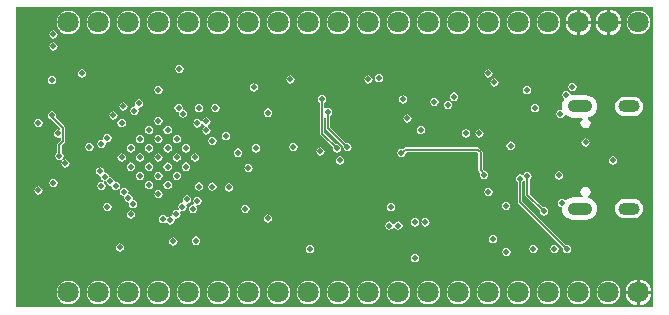
<source format=gbr>
%TF.GenerationSoftware,Altium Limited,Altium Designer,19.0.15 (446)*%
G04 Layer_Physical_Order=3*
G04 Layer_Color=6711008*
%FSLAX45Y45*%
%MOMM*%
%TF.FileFunction,Copper,L3,Inr,Signal*%
%TF.Part,Single*%
G01*
G75*
%TA.AperFunction,Conductor*%
%ADD36C,0.15000*%
%TA.AperFunction,ComponentPad*%
%ADD38C,1.80000*%
G04:AMPARAMS|DCode=39|XSize=1mm|YSize=1.8mm|CornerRadius=0.5mm|HoleSize=0mm|Usage=FLASHONLY|Rotation=90.000|XOffset=0mm|YOffset=0mm|HoleType=Round|Shape=RoundedRectangle|*
%AMROUNDEDRECTD39*
21,1,1.00000,0.80000,0,0,90.0*
21,1,0.00000,1.80000,0,0,90.0*
1,1,1.00000,0.40000,0.00000*
1,1,1.00000,0.40000,0.00000*
1,1,1.00000,-0.40000,0.00000*
1,1,1.00000,-0.40000,0.00000*
%
%ADD39ROUNDEDRECTD39*%
G04:AMPARAMS|DCode=40|XSize=1mm|YSize=2.1mm|CornerRadius=0.5mm|HoleSize=0mm|Usage=FLASHONLY|Rotation=90.000|XOffset=0mm|YOffset=0mm|HoleType=Round|Shape=RoundedRectangle|*
%AMROUNDEDRECTD40*
21,1,1.00000,1.10000,0,0,90.0*
21,1,0.00000,2.10000,0,0,90.0*
1,1,1.00000,0.55000,0.00000*
1,1,1.00000,0.55000,0.00000*
1,1,1.00000,-0.55000,0.00000*
1,1,1.00000,-0.55000,0.00000*
%
%ADD40ROUNDEDRECTD40*%
%TA.AperFunction,ViaPad*%
%ADD41C,0.50000*%
G36*
X15367000Y5969000D02*
X9969500D01*
Y8509000D01*
X15367000D01*
Y5969000D01*
D02*
G37*
%LPC*%
G36*
X14747000Y8490974D02*
Y8397000D01*
X14840974D01*
X14839168Y8410716D01*
X14828085Y8437475D01*
X14810452Y8460453D01*
X14787476Y8478085D01*
X14760716Y8489168D01*
X14747000Y8490974D01*
D02*
G37*
G36*
X15000999D02*
Y8397000D01*
X15094974D01*
X15093169Y8410716D01*
X15082085Y8437475D01*
X15064453Y8460453D01*
X15041475Y8478085D01*
X15014716Y8489168D01*
X15000999Y8490974D01*
D02*
G37*
G36*
X14717000D02*
X14703284Y8489168D01*
X14676524Y8478085D01*
X14653548Y8460453D01*
X14635915Y8437475D01*
X14624832Y8410716D01*
X14623026Y8397000D01*
X14717000D01*
Y8490974D01*
D02*
G37*
G36*
X14971001D02*
X14957285Y8489168D01*
X14930525Y8478085D01*
X14907547Y8460453D01*
X14889915Y8437475D01*
X14878831Y8410716D01*
X14877026Y8397000D01*
X14971001D01*
Y8490974D01*
D02*
G37*
G36*
X15239999Y8482863D02*
X15213895Y8479426D01*
X15189569Y8469350D01*
X15168678Y8453321D01*
X15152650Y8432431D01*
X15142574Y8408105D01*
X15139137Y8382000D01*
X15142574Y8355895D01*
X15152650Y8331569D01*
X15168678Y8310679D01*
X15189569Y8294650D01*
X15213895Y8284574D01*
X15239999Y8281137D01*
X15266106Y8284574D01*
X15290431Y8294650D01*
X15311320Y8310679D01*
X15327350Y8331569D01*
X15337427Y8355895D01*
X15340863Y8382000D01*
X15337427Y8408105D01*
X15327350Y8432431D01*
X15311320Y8453321D01*
X15290431Y8469350D01*
X15266106Y8479426D01*
X15239999Y8482863D01*
D02*
G37*
G36*
X14478000D02*
X14451895Y8479426D01*
X14427570Y8469350D01*
X14406679Y8453321D01*
X14390649Y8432431D01*
X14380574Y8408105D01*
X14377138Y8382000D01*
X14380574Y8355895D01*
X14390649Y8331569D01*
X14406679Y8310679D01*
X14427570Y8294650D01*
X14451895Y8284574D01*
X14478000Y8281137D01*
X14504105Y8284574D01*
X14528432Y8294650D01*
X14549321Y8310679D01*
X14565350Y8331569D01*
X14575426Y8355895D01*
X14578864Y8382000D01*
X14575426Y8408105D01*
X14565350Y8432431D01*
X14549321Y8453321D01*
X14528432Y8469350D01*
X14504105Y8479426D01*
X14478000Y8482863D01*
D02*
G37*
G36*
X14224001D02*
X14197894Y8479426D01*
X14173569Y8469350D01*
X14152679Y8453321D01*
X14136650Y8432431D01*
X14126575Y8408105D01*
X14123137Y8382000D01*
X14126575Y8355895D01*
X14136650Y8331569D01*
X14152679Y8310679D01*
X14173569Y8294650D01*
X14197894Y8284574D01*
X14224001Y8281137D01*
X14250105Y8284574D01*
X14274431Y8294650D01*
X14295322Y8310679D01*
X14311349Y8331569D01*
X14321426Y8355895D01*
X14324863Y8382000D01*
X14321426Y8408105D01*
X14311349Y8432431D01*
X14295322Y8453321D01*
X14274431Y8469350D01*
X14250105Y8479426D01*
X14224001Y8482863D01*
D02*
G37*
G36*
X13970000D02*
X13943895Y8479426D01*
X13919569Y8469350D01*
X13898679Y8453321D01*
X13882651Y8432431D01*
X13872574Y8408105D01*
X13869138Y8382000D01*
X13872574Y8355895D01*
X13882651Y8331569D01*
X13898679Y8310679D01*
X13919569Y8294650D01*
X13943895Y8284574D01*
X13970000Y8281137D01*
X13996104Y8284574D01*
X14020432Y8294650D01*
X14041321Y8310679D01*
X14057350Y8331569D01*
X14067426Y8355895D01*
X14070863Y8382000D01*
X14067426Y8408105D01*
X14057350Y8432431D01*
X14041321Y8453321D01*
X14020432Y8469350D01*
X13996104Y8479426D01*
X13970000Y8482863D01*
D02*
G37*
G36*
X13716000D02*
X13689896Y8479426D01*
X13665569Y8469350D01*
X13644679Y8453321D01*
X13628650Y8432431D01*
X13618575Y8408105D01*
X13615137Y8382000D01*
X13618575Y8355895D01*
X13628650Y8331569D01*
X13644679Y8310679D01*
X13665569Y8294650D01*
X13689896Y8284574D01*
X13716000Y8281137D01*
X13742105Y8284574D01*
X13766431Y8294650D01*
X13787321Y8310679D01*
X13803349Y8331569D01*
X13813426Y8355895D01*
X13816862Y8382000D01*
X13813426Y8408105D01*
X13803349Y8432431D01*
X13787321Y8453321D01*
X13766431Y8469350D01*
X13742105Y8479426D01*
X13716000Y8482863D01*
D02*
G37*
G36*
X13462000D02*
X13435895Y8479426D01*
X13411569Y8469350D01*
X13390678Y8453321D01*
X13374651Y8432431D01*
X13364574Y8408105D01*
X13361137Y8382000D01*
X13364574Y8355895D01*
X13374651Y8331569D01*
X13390678Y8310679D01*
X13411569Y8294650D01*
X13435895Y8284574D01*
X13462000Y8281137D01*
X13488104Y8284574D01*
X13512431Y8294650D01*
X13533321Y8310679D01*
X13549350Y8331569D01*
X13559425Y8355895D01*
X13562863Y8382000D01*
X13559425Y8408105D01*
X13549350Y8432431D01*
X13533321Y8453321D01*
X13512431Y8469350D01*
X13488104Y8479426D01*
X13462000Y8482863D01*
D02*
G37*
G36*
X13208000D02*
X13181895Y8479426D01*
X13157568Y8469350D01*
X13136679Y8453321D01*
X13120650Y8432431D01*
X13110574Y8408105D01*
X13107137Y8382000D01*
X13110574Y8355895D01*
X13120650Y8331569D01*
X13136679Y8310679D01*
X13157568Y8294650D01*
X13181895Y8284574D01*
X13208000Y8281137D01*
X13234105Y8284574D01*
X13258430Y8294650D01*
X13279321Y8310679D01*
X13295351Y8331569D01*
X13305426Y8355895D01*
X13308862Y8382000D01*
X13305426Y8408105D01*
X13295351Y8432431D01*
X13279321Y8453321D01*
X13258430Y8469350D01*
X13234105Y8479426D01*
X13208000Y8482863D01*
D02*
G37*
G36*
X12953999D02*
X12927895Y8479426D01*
X12903569Y8469350D01*
X12882680Y8453321D01*
X12866650Y8432431D01*
X12856573Y8408105D01*
X12853137Y8382000D01*
X12856573Y8355895D01*
X12866650Y8331569D01*
X12882680Y8310679D01*
X12903569Y8294650D01*
X12927895Y8284574D01*
X12953999Y8281137D01*
X12980106Y8284574D01*
X13004431Y8294650D01*
X13025320Y8310679D01*
X13041350Y8331569D01*
X13051427Y8355895D01*
X13054863Y8382000D01*
X13051427Y8408105D01*
X13041350Y8432431D01*
X13025320Y8453321D01*
X13004431Y8469350D01*
X12980106Y8479426D01*
X12953999Y8482863D01*
D02*
G37*
G36*
X12700000D02*
X12673895Y8479426D01*
X12649569Y8469350D01*
X12628679Y8453321D01*
X12612650Y8432431D01*
X12602574Y8408105D01*
X12599137Y8382000D01*
X12602574Y8355895D01*
X12612650Y8331569D01*
X12628679Y8310679D01*
X12649569Y8294650D01*
X12673895Y8284574D01*
X12700000Y8281137D01*
X12726105Y8284574D01*
X12750431Y8294650D01*
X12771321Y8310679D01*
X12787350Y8331569D01*
X12797426Y8355895D01*
X12800864Y8382000D01*
X12797426Y8408105D01*
X12787350Y8432431D01*
X12771321Y8453321D01*
X12750431Y8469350D01*
X12726105Y8479426D01*
X12700000Y8482863D01*
D02*
G37*
G36*
X12446000D02*
X12419895Y8479426D01*
X12395569Y8469350D01*
X12374679Y8453321D01*
X12358650Y8432431D01*
X12348574Y8408105D01*
X12345137Y8382000D01*
X12348574Y8355895D01*
X12358650Y8331569D01*
X12374679Y8310679D01*
X12395569Y8294650D01*
X12419895Y8284574D01*
X12446000Y8281137D01*
X12472105Y8284574D01*
X12496431Y8294650D01*
X12517321Y8310679D01*
X12533350Y8331569D01*
X12543426Y8355895D01*
X12546863Y8382000D01*
X12543426Y8408105D01*
X12533350Y8432431D01*
X12517321Y8453321D01*
X12496431Y8469350D01*
X12472105Y8479426D01*
X12446000Y8482863D01*
D02*
G37*
G36*
X12192000D02*
X12165895Y8479426D01*
X12141569Y8469350D01*
X12120679Y8453321D01*
X12104650Y8432431D01*
X12094574Y8408105D01*
X12091137Y8382000D01*
X12094574Y8355895D01*
X12104650Y8331569D01*
X12120679Y8310679D01*
X12141569Y8294650D01*
X12165895Y8284574D01*
X12192000Y8281137D01*
X12218105Y8284574D01*
X12242431Y8294650D01*
X12263321Y8310679D01*
X12279350Y8331569D01*
X12289426Y8355895D01*
X12292863Y8382000D01*
X12289426Y8408105D01*
X12279350Y8432431D01*
X12263321Y8453321D01*
X12242431Y8469350D01*
X12218105Y8479426D01*
X12192000Y8482863D01*
D02*
G37*
G36*
X11938000D02*
X11911895Y8479426D01*
X11887569Y8469350D01*
X11866679Y8453321D01*
X11850650Y8432431D01*
X11840574Y8408105D01*
X11837137Y8382000D01*
X11840574Y8355895D01*
X11850650Y8331569D01*
X11866679Y8310679D01*
X11887569Y8294650D01*
X11911895Y8284574D01*
X11938000Y8281137D01*
X11964105Y8284574D01*
X11988431Y8294650D01*
X12009321Y8310679D01*
X12025350Y8331569D01*
X12035426Y8355895D01*
X12038863Y8382000D01*
X12035426Y8408105D01*
X12025350Y8432431D01*
X12009321Y8453321D01*
X11988431Y8469350D01*
X11964105Y8479426D01*
X11938000Y8482863D01*
D02*
G37*
G36*
X11684000D02*
X11657895Y8479426D01*
X11633569Y8469350D01*
X11612679Y8453321D01*
X11596650Y8432431D01*
X11586574Y8408105D01*
X11583137Y8382000D01*
X11586574Y8355895D01*
X11596650Y8331569D01*
X11612679Y8310679D01*
X11633569Y8294650D01*
X11657895Y8284574D01*
X11684000Y8281137D01*
X11710105Y8284574D01*
X11734431Y8294650D01*
X11755321Y8310679D01*
X11771350Y8331569D01*
X11781426Y8355895D01*
X11784863Y8382000D01*
X11781426Y8408105D01*
X11771350Y8432431D01*
X11755321Y8453321D01*
X11734431Y8469350D01*
X11710105Y8479426D01*
X11684000Y8482863D01*
D02*
G37*
G36*
X11430000D02*
X11403895Y8479426D01*
X11379569Y8469350D01*
X11358679Y8453321D01*
X11342650Y8432431D01*
X11332574Y8408105D01*
X11329137Y8382000D01*
X11332574Y8355895D01*
X11342650Y8331569D01*
X11358679Y8310679D01*
X11379569Y8294650D01*
X11403895Y8284574D01*
X11430000Y8281137D01*
X11456105Y8284574D01*
X11480431Y8294650D01*
X11501321Y8310679D01*
X11517350Y8331569D01*
X11527426Y8355895D01*
X11530863Y8382000D01*
X11527426Y8408105D01*
X11517350Y8432431D01*
X11501321Y8453321D01*
X11480431Y8469350D01*
X11456105Y8479426D01*
X11430000Y8482863D01*
D02*
G37*
G36*
X11176000D02*
X11149895Y8479426D01*
X11125569Y8469350D01*
X11104679Y8453321D01*
X11088650Y8432431D01*
X11078574Y8408105D01*
X11075137Y8382000D01*
X11078574Y8355895D01*
X11088650Y8331569D01*
X11104679Y8310679D01*
X11125569Y8294650D01*
X11149895Y8284574D01*
X11176000Y8281137D01*
X11202105Y8284574D01*
X11226431Y8294650D01*
X11247321Y8310679D01*
X11263350Y8331569D01*
X11273426Y8355895D01*
X11276863Y8382000D01*
X11273426Y8408105D01*
X11263350Y8432431D01*
X11247321Y8453321D01*
X11226431Y8469350D01*
X11202105Y8479426D01*
X11176000Y8482863D01*
D02*
G37*
G36*
X10922000D02*
X10895895Y8479426D01*
X10871569Y8469350D01*
X10850679Y8453321D01*
X10834650Y8432431D01*
X10824574Y8408105D01*
X10821137Y8382000D01*
X10824574Y8355895D01*
X10834650Y8331569D01*
X10850679Y8310679D01*
X10871569Y8294650D01*
X10895895Y8284574D01*
X10922000Y8281137D01*
X10948105Y8284574D01*
X10972431Y8294650D01*
X10993321Y8310679D01*
X11009350Y8331569D01*
X11019426Y8355895D01*
X11022863Y8382000D01*
X11019426Y8408105D01*
X11009350Y8432431D01*
X10993321Y8453321D01*
X10972431Y8469350D01*
X10948105Y8479426D01*
X10922000Y8482863D01*
D02*
G37*
G36*
X10668000D02*
X10641895Y8479426D01*
X10617569Y8469350D01*
X10596679Y8453321D01*
X10580650Y8432431D01*
X10570574Y8408105D01*
X10567137Y8382000D01*
X10570574Y8355895D01*
X10580650Y8331569D01*
X10596679Y8310679D01*
X10617569Y8294650D01*
X10641895Y8284574D01*
X10668000Y8281137D01*
X10694105Y8284574D01*
X10718431Y8294650D01*
X10739321Y8310679D01*
X10755350Y8331569D01*
X10765426Y8355895D01*
X10768863Y8382000D01*
X10765426Y8408105D01*
X10755350Y8432431D01*
X10739321Y8453321D01*
X10718431Y8469350D01*
X10694105Y8479426D01*
X10668000Y8482863D01*
D02*
G37*
G36*
X10414000D02*
X10387895Y8479426D01*
X10363569Y8469350D01*
X10342679Y8453321D01*
X10326650Y8432431D01*
X10316574Y8408105D01*
X10313137Y8382000D01*
X10316574Y8355895D01*
X10326650Y8331569D01*
X10342679Y8310679D01*
X10363569Y8294650D01*
X10387895Y8284574D01*
X10414000Y8281137D01*
X10440105Y8284574D01*
X10464431Y8294650D01*
X10485321Y8310679D01*
X10501350Y8331569D01*
X10511426Y8355895D01*
X10514863Y8382000D01*
X10511426Y8408105D01*
X10501350Y8432431D01*
X10485321Y8453321D01*
X10464431Y8469350D01*
X10440105Y8479426D01*
X10414000Y8482863D01*
D02*
G37*
G36*
X15094974Y8367000D02*
X15000999D01*
Y8273026D01*
X15014716Y8274832D01*
X15041475Y8285915D01*
X15064453Y8303547D01*
X15082085Y8326525D01*
X15093169Y8353284D01*
X15094974Y8367000D01*
D02*
G37*
G36*
X14840974D02*
X14747000D01*
Y8273026D01*
X14760716Y8274832D01*
X14787476Y8285915D01*
X14810452Y8303547D01*
X14828085Y8326525D01*
X14839168Y8353284D01*
X14840974Y8367000D01*
D02*
G37*
G36*
X14971001D02*
X14877026D01*
X14878831Y8353284D01*
X14889915Y8326525D01*
X14907547Y8303547D01*
X14930525Y8285915D01*
X14957285Y8274832D01*
X14971001Y8273026D01*
Y8367000D01*
D02*
G37*
G36*
X14717000D02*
X14623026D01*
X14624832Y8353284D01*
X14635915Y8326525D01*
X14653548Y8303547D01*
X14676524Y8285915D01*
X14703284Y8274832D01*
X14717000Y8273026D01*
Y8367000D01*
D02*
G37*
G36*
X10287000Y8316086D02*
X10273344Y8313369D01*
X10261766Y8305634D01*
X10254031Y8294056D01*
X10251314Y8280400D01*
X10254031Y8266744D01*
X10261766Y8255166D01*
X10273344Y8247431D01*
X10287000Y8244714D01*
X10300656Y8247431D01*
X10312234Y8255166D01*
X10319969Y8266744D01*
X10322686Y8280400D01*
X10319969Y8294056D01*
X10312234Y8305634D01*
X10300656Y8313369D01*
X10287000Y8316086D01*
D02*
G37*
G36*
Y8214486D02*
X10273344Y8211769D01*
X10261766Y8204034D01*
X10254031Y8192456D01*
X10251314Y8178800D01*
X10254031Y8165144D01*
X10261766Y8153566D01*
X10273344Y8145831D01*
X10287000Y8143114D01*
X10300656Y8145831D01*
X10312234Y8153566D01*
X10319969Y8165144D01*
X10322686Y8178800D01*
X10319969Y8192456D01*
X10312234Y8204034D01*
X10300656Y8211769D01*
X10287000Y8214486D01*
D02*
G37*
G36*
X11353800Y8023986D02*
X11340144Y8021269D01*
X11328566Y8013534D01*
X11320831Y8001956D01*
X11318114Y7988300D01*
X11320831Y7974644D01*
X11328566Y7963066D01*
X11340144Y7955331D01*
X11353800Y7952614D01*
X11367456Y7955331D01*
X11379034Y7963066D01*
X11386769Y7974644D01*
X11389486Y7988300D01*
X11386769Y8001956D01*
X11379034Y8013534D01*
X11367456Y8021269D01*
X11353800Y8023986D01*
D02*
G37*
G36*
X13970000Y7985886D02*
X13956345Y7983169D01*
X13944766Y7975434D01*
X13937032Y7963856D01*
X13934314Y7950200D01*
X13937032Y7936544D01*
X13944766Y7924966D01*
X13956345Y7917231D01*
X13970000Y7914514D01*
X13983656Y7917231D01*
X13995235Y7924966D01*
X14002969Y7936544D01*
X14005685Y7950200D01*
X14002969Y7963856D01*
X13995235Y7975434D01*
X13983656Y7983169D01*
X13970000Y7985886D01*
D02*
G37*
G36*
X10528300D02*
X10514644Y7983169D01*
X10503066Y7975434D01*
X10495331Y7963856D01*
X10492614Y7950200D01*
X10495331Y7936544D01*
X10503066Y7924966D01*
X10514644Y7917231D01*
X10528300Y7914514D01*
X10541956Y7917231D01*
X10553534Y7924966D01*
X10561269Y7936544D01*
X10563986Y7950200D01*
X10561269Y7963856D01*
X10553534Y7975434D01*
X10541956Y7983169D01*
X10528300Y7985886D01*
D02*
G37*
G36*
X13042900Y7947786D02*
X13029243Y7945069D01*
X13017667Y7937334D01*
X13009930Y7925756D01*
X13007214Y7912100D01*
X13009930Y7898444D01*
X13017667Y7886866D01*
X13029243Y7879131D01*
X13042900Y7876414D01*
X13056557Y7879131D01*
X13068134Y7886866D01*
X13075870Y7898444D01*
X13078586Y7912100D01*
X13075870Y7925756D01*
X13068134Y7937334D01*
X13056557Y7945069D01*
X13042900Y7947786D01*
D02*
G37*
G36*
X12953999Y7935086D02*
X12940344Y7932369D01*
X12928766Y7924634D01*
X12921031Y7913056D01*
X12918314Y7899400D01*
X12921031Y7885744D01*
X12928766Y7874166D01*
X12940344Y7866431D01*
X12953999Y7863714D01*
X12967656Y7866431D01*
X12979234Y7874166D01*
X12986969Y7885744D01*
X12989687Y7899400D01*
X12986969Y7913056D01*
X12979234Y7924634D01*
X12967656Y7932369D01*
X12953999Y7935086D01*
D02*
G37*
G36*
X12293693D02*
X12280037Y7932369D01*
X12268459Y7924634D01*
X12260724Y7913056D01*
X12258007Y7899400D01*
X12260724Y7885744D01*
X12268459Y7874166D01*
X12280037Y7866431D01*
X12293693Y7863714D01*
X12307349Y7866431D01*
X12318927Y7874166D01*
X12326662Y7885744D01*
X12329379Y7899400D01*
X12326662Y7913056D01*
X12318927Y7924634D01*
X12307349Y7932369D01*
X12293693Y7935086D01*
D02*
G37*
G36*
X10274300Y7931735D02*
X10260644Y7929019D01*
X10249066Y7921283D01*
X10241331Y7909706D01*
X10238614Y7896050D01*
X10241331Y7882393D01*
X10249066Y7870816D01*
X10260644Y7863081D01*
X10274300Y7860364D01*
X10287956Y7863081D01*
X10299534Y7870816D01*
X10307269Y7882393D01*
X10309986Y7896050D01*
X10307269Y7909706D01*
X10299534Y7921283D01*
X10287956Y7929019D01*
X10274300Y7931735D01*
D02*
G37*
G36*
X14020799Y7909686D02*
X14007144Y7906969D01*
X13995566Y7899234D01*
X13987831Y7887656D01*
X13985114Y7874000D01*
X13987831Y7860344D01*
X13995566Y7848766D01*
X14007144Y7841031D01*
X14020799Y7838314D01*
X14034456Y7841031D01*
X14046034Y7848766D01*
X14053769Y7860344D01*
X14056487Y7874000D01*
X14053769Y7887656D01*
X14046034Y7899234D01*
X14034456Y7906969D01*
X14020799Y7909686D01*
D02*
G37*
G36*
X14681200Y7871586D02*
X14667545Y7868869D01*
X14655966Y7861134D01*
X14648232Y7849556D01*
X14645514Y7835900D01*
X14648232Y7822244D01*
X14655966Y7810666D01*
X14667545Y7802931D01*
X14681200Y7800214D01*
X14694856Y7802931D01*
X14706435Y7810666D01*
X14714169Y7822244D01*
X14716885Y7835900D01*
X14714169Y7849556D01*
X14706435Y7861134D01*
X14694856Y7868869D01*
X14681200Y7871586D01*
D02*
G37*
G36*
X11983496Y7867586D02*
X11969840Y7864869D01*
X11958263Y7857134D01*
X11950527Y7845556D01*
X11947811Y7831900D01*
X11950527Y7818244D01*
X11958263Y7806666D01*
X11969840Y7798931D01*
X11983496Y7796214D01*
X11997153Y7798931D01*
X12008730Y7806666D01*
X12016466Y7818244D01*
X12019182Y7831900D01*
X12016466Y7845556D01*
X12008730Y7857134D01*
X11997153Y7864869D01*
X11983496Y7867586D01*
D02*
G37*
G36*
X14296547Y7846186D02*
X14282890Y7843469D01*
X14271313Y7835734D01*
X14263577Y7824156D01*
X14260863Y7810500D01*
X14263577Y7796844D01*
X14271313Y7785266D01*
X14282890Y7777531D01*
X14296547Y7774814D01*
X14310204Y7777531D01*
X14321780Y7785266D01*
X14329517Y7796844D01*
X14332233Y7810500D01*
X14329517Y7824156D01*
X14321780Y7835734D01*
X14310204Y7843469D01*
X14296547Y7846186D01*
D02*
G37*
G36*
X11176000D02*
X11162344Y7843469D01*
X11150766Y7835734D01*
X11143031Y7824156D01*
X11140314Y7810500D01*
X11143031Y7796844D01*
X11150766Y7785266D01*
X11162344Y7777531D01*
X11176000Y7774814D01*
X11189656Y7777531D01*
X11201234Y7785266D01*
X11208969Y7796844D01*
X11211686Y7810500D01*
X11208969Y7824156D01*
X11201234Y7835734D01*
X11189656Y7843469D01*
X11176000Y7846186D01*
D02*
G37*
G36*
X13677901Y7790129D02*
X13664244Y7787412D01*
X13652666Y7779677D01*
X13644931Y7768099D01*
X13642213Y7754443D01*
X13644931Y7740787D01*
X13652666Y7729209D01*
X13664244Y7721474D01*
X13677901Y7718757D01*
X13691556Y7721474D01*
X13703134Y7729209D01*
X13710869Y7740787D01*
X13713586Y7754443D01*
X13710869Y7768099D01*
X13703134Y7779677D01*
X13691556Y7787412D01*
X13677901Y7790129D01*
D02*
G37*
G36*
X13247800Y7766125D02*
X13234145Y7763408D01*
X13222566Y7755673D01*
X13214832Y7744096D01*
X13212114Y7730439D01*
X13214832Y7716783D01*
X13222566Y7705206D01*
X13234145Y7697470D01*
X13247800Y7694753D01*
X13261456Y7697470D01*
X13273035Y7705206D01*
X13280769Y7716783D01*
X13283485Y7730439D01*
X13280769Y7744096D01*
X13273035Y7755673D01*
X13261456Y7763408D01*
X13247800Y7766125D01*
D02*
G37*
G36*
X13512801Y7745798D02*
X13499144Y7743081D01*
X13487566Y7735346D01*
X13479831Y7723768D01*
X13477113Y7710112D01*
X13479831Y7696456D01*
X13487566Y7684878D01*
X13499144Y7677143D01*
X13512801Y7674426D01*
X13526456Y7677143D01*
X13538034Y7684878D01*
X13545769Y7696456D01*
X13548486Y7710112D01*
X13545769Y7723768D01*
X13538034Y7735346D01*
X13526456Y7743081D01*
X13512801Y7745798D01*
D02*
G37*
G36*
X13627100Y7720686D02*
X13613445Y7717969D01*
X13601866Y7710233D01*
X13594131Y7698656D01*
X13591414Y7685000D01*
X13594131Y7671344D01*
X13601866Y7659766D01*
X13613445Y7652031D01*
X13627100Y7649314D01*
X13640756Y7652031D01*
X13652335Y7659766D01*
X13660069Y7671344D01*
X13662785Y7685000D01*
X13660069Y7698656D01*
X13652335Y7710233D01*
X13640756Y7717969D01*
X13627100Y7720686D01*
D02*
G37*
G36*
X14630400Y7804286D02*
X14616743Y7801569D01*
X14605167Y7793834D01*
X14597430Y7782256D01*
X14594714Y7768600D01*
X14597430Y7754944D01*
X14605167Y7743366D01*
X14606396Y7742545D01*
X14609230Y7725377D01*
X14604268Y7718910D01*
X14594695Y7695800D01*
X14591431Y7671000D01*
X14593785Y7653113D01*
X14583798Y7642594D01*
X14582962Y7642317D01*
X14579601Y7642986D01*
X14565944Y7640269D01*
X14554366Y7632534D01*
X14546631Y7620956D01*
X14543913Y7607300D01*
X14546631Y7593644D01*
X14554366Y7582066D01*
X14565944Y7574331D01*
X14579601Y7571614D01*
X14593256Y7574331D01*
X14604834Y7582066D01*
X14612086Y7592922D01*
X14612901Y7593748D01*
X14626378Y7597964D01*
X14639340Y7588018D01*
X14662450Y7578445D01*
X14687250Y7575180D01*
X14763503D01*
X14767355Y7562480D01*
X14761609Y7558641D01*
X14752216Y7544583D01*
X14748917Y7528000D01*
X14752216Y7511417D01*
X14761609Y7497359D01*
X14775667Y7487966D01*
X14792250Y7484667D01*
X14808832Y7487966D01*
X14822891Y7497359D01*
X14832285Y7511417D01*
X14835582Y7528000D01*
X14832285Y7544583D01*
X14822891Y7558641D01*
X14814008Y7564577D01*
X14817088Y7577792D01*
X14822050Y7578445D01*
X14845160Y7588018D01*
X14865004Y7603245D01*
X14880232Y7623090D01*
X14889804Y7646200D01*
X14893069Y7671000D01*
X14889804Y7695800D01*
X14880232Y7718910D01*
X14865004Y7738754D01*
X14845160Y7753982D01*
X14822050Y7763554D01*
X14797250Y7766819D01*
X14687250D01*
X14669894Y7764534D01*
X14666086Y7768600D01*
X14663370Y7782256D01*
X14655634Y7793834D01*
X14644057Y7801569D01*
X14630400Y7804286D01*
D02*
G37*
G36*
X10879600Y7706486D02*
X10865944Y7703769D01*
X10854366Y7696034D01*
X10846631Y7684456D01*
X10843914Y7670800D01*
X10846631Y7657144D01*
X10854366Y7645566D01*
X10865944Y7637831D01*
X10879600Y7635114D01*
X10893256Y7637831D01*
X10904834Y7645566D01*
X10912569Y7657144D01*
X10915286Y7670800D01*
X10912569Y7684456D01*
X10904834Y7696034D01*
X10893256Y7703769D01*
X10879600Y7706486D01*
D02*
G37*
G36*
X14363699Y7693786D02*
X14350044Y7691069D01*
X14338466Y7683334D01*
X14330731Y7671756D01*
X14328014Y7658100D01*
X14330731Y7644444D01*
X14338466Y7632866D01*
X14350044Y7625131D01*
X14363699Y7622414D01*
X14377356Y7625131D01*
X14388934Y7632866D01*
X14396669Y7644444D01*
X14399387Y7658100D01*
X14396669Y7671756D01*
X14388934Y7683334D01*
X14377356Y7691069D01*
X14363699Y7693786D01*
D02*
G37*
G36*
X11658600D02*
X11644944Y7691069D01*
X11633366Y7683334D01*
X11625631Y7671756D01*
X11622914Y7658100D01*
X11625631Y7644444D01*
X11633366Y7632866D01*
X11644944Y7625131D01*
X11658600Y7622414D01*
X11672256Y7625131D01*
X11683834Y7632866D01*
X11691569Y7644444D01*
X11694286Y7658100D01*
X11691569Y7671756D01*
X11683834Y7683334D01*
X11672256Y7691069D01*
X11658600Y7693786D01*
D02*
G37*
G36*
X11518900D02*
X11505244Y7691069D01*
X11493666Y7683334D01*
X11485931Y7671756D01*
X11483214Y7658100D01*
X11485931Y7644444D01*
X11493666Y7632866D01*
X11505244Y7625131D01*
X11518900Y7622414D01*
X11532556Y7625131D01*
X11544134Y7632866D01*
X11551869Y7644444D01*
X11554586Y7658100D01*
X11551869Y7671756D01*
X11544134Y7683334D01*
X11532556Y7691069D01*
X11518900Y7693786D01*
D02*
G37*
G36*
X11010900Y7731886D02*
X10997244Y7729169D01*
X10985666Y7721434D01*
X10977931Y7709856D01*
X10975214Y7696200D01*
X10977931Y7682544D01*
X10979649Y7679972D01*
X10972800Y7668386D01*
X10959144Y7665669D01*
X10947566Y7657934D01*
X10939831Y7646356D01*
X10937114Y7632700D01*
X10939831Y7619044D01*
X10947566Y7607466D01*
X10959144Y7599731D01*
X10972800Y7597014D01*
X10986456Y7599731D01*
X10998034Y7607466D01*
X11005769Y7619044D01*
X11008486Y7632700D01*
X11005769Y7646356D01*
X11004051Y7648928D01*
X11010900Y7660514D01*
X11024556Y7663231D01*
X11036134Y7670966D01*
X11043869Y7682544D01*
X11046586Y7696200D01*
X11043869Y7709856D01*
X11036134Y7721434D01*
X11024556Y7729169D01*
X11010900Y7731886D01*
D02*
G37*
G36*
X15200250Y7751690D02*
X15120250D01*
X15099367Y7748941D01*
X15079906Y7740880D01*
X15063193Y7728056D01*
X15050369Y7711345D01*
X15042310Y7691884D01*
X15039560Y7671000D01*
X15042310Y7650116D01*
X15050369Y7630655D01*
X15063193Y7613943D01*
X15079906Y7601120D01*
X15099367Y7593059D01*
X15120250Y7590310D01*
X15200250D01*
X15221133Y7593059D01*
X15240594Y7601120D01*
X15257306Y7613943D01*
X15270129Y7630655D01*
X15278191Y7650116D01*
X15280940Y7671000D01*
X15278191Y7691884D01*
X15270129Y7711345D01*
X15257306Y7728056D01*
X15240594Y7740880D01*
X15221133Y7748941D01*
X15200250Y7751690D01*
D02*
G37*
G36*
X12103100Y7654186D02*
X12089444Y7651469D01*
X12077866Y7643734D01*
X12070131Y7632156D01*
X12067414Y7618500D01*
X12070131Y7604844D01*
X12077866Y7593267D01*
X12089444Y7585531D01*
X12103100Y7582814D01*
X12116756Y7585531D01*
X12128334Y7593267D01*
X12136069Y7604844D01*
X12138786Y7618500D01*
X12136069Y7632156D01*
X12128334Y7643734D01*
X12116756Y7651469D01*
X12103100Y7654186D01*
D02*
G37*
G36*
X11345985Y7695693D02*
X11332329Y7692976D01*
X11320752Y7685240D01*
X11313016Y7673663D01*
X11310300Y7660007D01*
X11313016Y7646350D01*
X11320752Y7634773D01*
X11332329Y7627038D01*
X11345985Y7624321D01*
X11346577Y7612240D01*
X11346376Y7611231D01*
X11349092Y7597574D01*
X11356828Y7585997D01*
X11368405Y7578261D01*
X11382062Y7575545D01*
X11395718Y7578261D01*
X11407295Y7585997D01*
X11415031Y7597574D01*
X11417747Y7611231D01*
X11415031Y7624887D01*
X11407295Y7636464D01*
X11395718Y7644200D01*
X11382062Y7646917D01*
X11381470Y7658997D01*
X11381671Y7660007D01*
X11378955Y7673663D01*
X11371219Y7685240D01*
X11359642Y7692976D01*
X11345985Y7695693D01*
D02*
G37*
G36*
X10795000Y7630286D02*
X10781344Y7627569D01*
X10769766Y7619834D01*
X10762031Y7608256D01*
X10759314Y7594600D01*
X10762031Y7580944D01*
X10769766Y7569366D01*
X10781344Y7561631D01*
X10795000Y7558914D01*
X10808656Y7561631D01*
X10820234Y7569366D01*
X10827969Y7580944D01*
X10830686Y7594600D01*
X10827969Y7608256D01*
X10820234Y7619834D01*
X10808656Y7627569D01*
X10795000Y7630286D01*
D02*
G37*
G36*
X11582400Y7579486D02*
X11568744Y7576769D01*
X11557166Y7569034D01*
X11549431Y7557456D01*
X11548159Y7551062D01*
X11534676Y7548380D01*
X11531434Y7553234D01*
X11519856Y7560969D01*
X11506200Y7563686D01*
X11492544Y7560969D01*
X11480966Y7553234D01*
X11473231Y7541656D01*
X11470514Y7528000D01*
X11473231Y7514344D01*
X11480966Y7502766D01*
X11492544Y7495031D01*
X11506200Y7492314D01*
X11519856Y7495031D01*
X11531434Y7502766D01*
X11539169Y7514344D01*
X11540441Y7520738D01*
X11553924Y7523420D01*
X11557166Y7518566D01*
X11565863Y7512756D01*
X11566781Y7508870D01*
Y7502530D01*
X11565863Y7498644D01*
X11557166Y7492834D01*
X11549431Y7481256D01*
X11546714Y7467600D01*
X11549431Y7453944D01*
X11557166Y7442366D01*
X11568744Y7434631D01*
X11582400Y7431914D01*
X11596056Y7434631D01*
X11607634Y7442366D01*
X11615369Y7453944D01*
X11618086Y7467600D01*
X11615369Y7481256D01*
X11607634Y7492834D01*
X11598937Y7498644D01*
X11598019Y7502530D01*
Y7508870D01*
X11598937Y7512756D01*
X11607634Y7518566D01*
X11615369Y7530144D01*
X11618086Y7543800D01*
X11615369Y7557456D01*
X11607634Y7569034D01*
X11596056Y7576769D01*
X11582400Y7579486D01*
D02*
G37*
G36*
X13284200Y7604886D02*
X13270544Y7602169D01*
X13258966Y7594434D01*
X13251231Y7582856D01*
X13248514Y7569200D01*
X13251231Y7555544D01*
X13258966Y7543966D01*
X13270544Y7536231D01*
X13284200Y7533514D01*
X13297856Y7536231D01*
X13309435Y7543966D01*
X13317169Y7555544D01*
X13319885Y7569200D01*
X13317169Y7582856D01*
X13309435Y7594434D01*
X13297856Y7602169D01*
X13284200Y7604886D01*
D02*
G37*
G36*
X11176000Y7585813D02*
X11162344Y7583096D01*
X11150766Y7575361D01*
X11143031Y7563783D01*
X11140314Y7550127D01*
X11143031Y7536471D01*
X11150766Y7524894D01*
X11162344Y7517158D01*
X11176000Y7514441D01*
X11189656Y7517158D01*
X11201234Y7524894D01*
X11208969Y7536471D01*
X11211686Y7550127D01*
X11208969Y7563783D01*
X11201234Y7575361D01*
X11189656Y7583096D01*
X11176000Y7585813D01*
D02*
G37*
G36*
X10864873Y7566786D02*
X10851217Y7564069D01*
X10839639Y7556334D01*
X10831904Y7544756D01*
X10829187Y7531100D01*
X10831904Y7517444D01*
X10839639Y7505866D01*
X10851217Y7498131D01*
X10864873Y7495414D01*
X10878529Y7498131D01*
X10890106Y7505866D01*
X10897842Y7517444D01*
X10900559Y7531100D01*
X10897842Y7544756D01*
X10890106Y7556334D01*
X10878529Y7564069D01*
X10864873Y7566786D01*
D02*
G37*
G36*
X10160000D02*
X10146344Y7564069D01*
X10134766Y7556334D01*
X10127031Y7544756D01*
X10124314Y7531100D01*
X10127031Y7517444D01*
X10134766Y7505866D01*
X10146344Y7498131D01*
X10160000Y7495414D01*
X10173656Y7498131D01*
X10185234Y7505866D01*
X10192969Y7517444D01*
X10195686Y7531100D01*
X10192969Y7544756D01*
X10185234Y7556334D01*
X10173656Y7564069D01*
X10160000Y7566786D01*
D02*
G37*
G36*
X10274300Y7630286D02*
X10260644Y7627569D01*
X10249066Y7619834D01*
X10241331Y7608256D01*
X10238614Y7594600D01*
X10241331Y7580944D01*
X10249066Y7569366D01*
X10260644Y7561631D01*
X10274300Y7558914D01*
X10274439Y7558942D01*
X10342050Y7491331D01*
X10342696Y7486835D01*
X10339166Y7476254D01*
X10337057Y7475507D01*
X10325100Y7477886D01*
X10311444Y7475169D01*
X10299866Y7467434D01*
X10292131Y7455856D01*
X10289414Y7442200D01*
X10292131Y7428544D01*
X10299866Y7416966D01*
X10311444Y7409231D01*
X10325100Y7406514D01*
X10337057Y7408893D01*
X10343970Y7406444D01*
X10349757Y7403350D01*
Y7383256D01*
X10325183Y7358682D01*
X10321315Y7352894D01*
X10319957Y7346066D01*
Y7282828D01*
X10312566Y7277890D01*
X10304831Y7266313D01*
X10302114Y7252656D01*
X10304831Y7239000D01*
X10312566Y7227423D01*
X10324144Y7219687D01*
X10337800Y7216971D01*
X10351456Y7219687D01*
X10355028Y7222073D01*
X10363366Y7213433D01*
X10361533Y7210690D01*
X10355631Y7201856D01*
X10352914Y7188200D01*
X10355631Y7174544D01*
X10363366Y7162966D01*
X10374944Y7155231D01*
X10388600Y7152514D01*
X10402256Y7155231D01*
X10413834Y7162966D01*
X10421569Y7174544D01*
X10424286Y7188200D01*
X10421569Y7201856D01*
X10413834Y7213434D01*
X10402256Y7221169D01*
X10388600Y7223886D01*
X10374944Y7221169D01*
X10371372Y7218783D01*
X10363034Y7227423D01*
X10364867Y7230166D01*
X10370769Y7239000D01*
X10373486Y7252656D01*
X10370769Y7266313D01*
X10363034Y7277890D01*
X10355643Y7282828D01*
Y7338675D01*
X10380217Y7363249D01*
X10384085Y7369037D01*
X10385443Y7375866D01*
Y7491014D01*
X10384085Y7497843D01*
X10380217Y7503631D01*
X10305521Y7578327D01*
X10307269Y7580944D01*
X10309986Y7594600D01*
X10307269Y7608256D01*
X10299534Y7619834D01*
X10287956Y7627569D01*
X10274300Y7630286D01*
D02*
G37*
G36*
X11253782Y7508031D02*
X11240125Y7505315D01*
X11228548Y7497579D01*
X11220812Y7486002D01*
X11218096Y7472345D01*
X11220812Y7458689D01*
X11228548Y7447112D01*
X11240125Y7439376D01*
X11253782Y7436660D01*
X11267438Y7439376D01*
X11279015Y7447112D01*
X11286751Y7458689D01*
X11289467Y7472345D01*
X11286751Y7486002D01*
X11279015Y7497579D01*
X11267438Y7505315D01*
X11253782Y7508031D01*
D02*
G37*
G36*
X11098218D02*
X11084562Y7505315D01*
X11072985Y7497579D01*
X11065249Y7486002D01*
X11062533Y7472345D01*
X11065249Y7458689D01*
X11072985Y7447112D01*
X11084562Y7439376D01*
X11098218Y7436660D01*
X11111875Y7439376D01*
X11123452Y7447112D01*
X11131188Y7458689D01*
X11133904Y7472345D01*
X11131188Y7486002D01*
X11123452Y7497579D01*
X11111875Y7505315D01*
X11098218Y7508031D01*
D02*
G37*
G36*
X13397099Y7506586D02*
X13383444Y7503869D01*
X13371866Y7496134D01*
X13364131Y7484557D01*
X13361414Y7470900D01*
X13364131Y7457244D01*
X13371866Y7445667D01*
X13383444Y7437931D01*
X13397099Y7435214D01*
X13410756Y7437931D01*
X13422334Y7445667D01*
X13430069Y7457244D01*
X13432787Y7470900D01*
X13430069Y7484557D01*
X13422334Y7496134D01*
X13410756Y7503869D01*
X13397099Y7506586D01*
D02*
G37*
G36*
X13779500Y7478286D02*
X13765845Y7475569D01*
X13754266Y7467834D01*
X13746532Y7456256D01*
X13743814Y7442600D01*
X13746532Y7428944D01*
X13754266Y7417366D01*
X13765845Y7409631D01*
X13779500Y7406914D01*
X13793156Y7409631D01*
X13804733Y7417366D01*
X13812469Y7428944D01*
X13815186Y7442600D01*
X13812469Y7456256D01*
X13804733Y7467834D01*
X13793156Y7475569D01*
X13779500Y7478286D01*
D02*
G37*
G36*
X13893800Y7477886D02*
X13880144Y7475169D01*
X13868565Y7467434D01*
X13860831Y7455856D01*
X13858115Y7442200D01*
X13860831Y7428544D01*
X13868565Y7416966D01*
X13880144Y7409231D01*
X13893800Y7406514D01*
X13907455Y7409231D01*
X13919034Y7416966D01*
X13926768Y7428544D01*
X13929486Y7442200D01*
X13926768Y7455856D01*
X13919034Y7467434D01*
X13907455Y7475169D01*
X13893800Y7477886D01*
D02*
G37*
G36*
X10744200Y7439786D02*
X10730544Y7437069D01*
X10718966Y7429334D01*
X10711231Y7417756D01*
X10708514Y7404100D01*
X10709591Y7398687D01*
X10698813Y7387909D01*
X10693400Y7388986D01*
X10679744Y7386269D01*
X10668166Y7378534D01*
X10660431Y7366956D01*
X10657714Y7353300D01*
X10660431Y7339644D01*
X10668166Y7328066D01*
X10679744Y7320331D01*
X10693400Y7317614D01*
X10707056Y7320331D01*
X10718634Y7328066D01*
X10726369Y7339644D01*
X10729086Y7353300D01*
X10728009Y7358713D01*
X10738787Y7369491D01*
X10744200Y7368414D01*
X10757856Y7371131D01*
X10769434Y7378866D01*
X10777169Y7390444D01*
X10779886Y7404100D01*
X10777169Y7417756D01*
X10769434Y7429334D01*
X10757856Y7437069D01*
X10744200Y7439786D01*
D02*
G37*
G36*
X11747500Y7456886D02*
X11733844Y7454169D01*
X11722266Y7446434D01*
X11714531Y7434856D01*
X11711814Y7421200D01*
X11714531Y7407544D01*
X11722266Y7395966D01*
X11733844Y7388231D01*
X11747500Y7385514D01*
X11761156Y7388231D01*
X11772734Y7395966D01*
X11780469Y7407544D01*
X11783186Y7421200D01*
X11780469Y7434856D01*
X11772734Y7446434D01*
X11761156Y7454169D01*
X11747500Y7456886D01*
D02*
G37*
G36*
X11331564Y7430249D02*
X11317907Y7427533D01*
X11306330Y7419797D01*
X11298594Y7408220D01*
X11295878Y7394564D01*
X11298594Y7380907D01*
X11306330Y7369330D01*
X11317907Y7361594D01*
X11331564Y7358878D01*
X11345220Y7361594D01*
X11356797Y7369330D01*
X11364533Y7380907D01*
X11367249Y7394564D01*
X11364533Y7408220D01*
X11356797Y7419797D01*
X11345220Y7427533D01*
X11331564Y7430249D01*
D02*
G37*
G36*
X11176000D02*
X11162344Y7427533D01*
X11150766Y7419797D01*
X11143031Y7408220D01*
X11140314Y7394564D01*
X11143031Y7380907D01*
X11150766Y7369330D01*
X11162344Y7361594D01*
X11176000Y7358878D01*
X11189656Y7361594D01*
X11201234Y7369330D01*
X11208969Y7380907D01*
X11211686Y7394564D01*
X11208969Y7408220D01*
X11201234Y7419797D01*
X11189656Y7427533D01*
X11176000Y7430249D01*
D02*
G37*
G36*
X11020436D02*
X11006780Y7427533D01*
X10995203Y7419797D01*
X10987467Y7408220D01*
X10984751Y7394564D01*
X10987467Y7380907D01*
X10995203Y7369330D01*
X11006780Y7361594D01*
X11020436Y7358878D01*
X11034093Y7361594D01*
X11045670Y7369330D01*
X11053406Y7380907D01*
X11056122Y7394564D01*
X11053406Y7408220D01*
X11045670Y7419797D01*
X11034093Y7427533D01*
X11020436Y7430249D01*
D02*
G37*
G36*
X11633200Y7414386D02*
X11619544Y7411669D01*
X11607966Y7403934D01*
X11600231Y7392356D01*
X11597514Y7378700D01*
X11600231Y7365044D01*
X11607966Y7353466D01*
X11619544Y7345731D01*
X11633200Y7343014D01*
X11646856Y7345731D01*
X11658434Y7353466D01*
X11666169Y7365044D01*
X11668886Y7378700D01*
X11666169Y7392356D01*
X11658434Y7403934D01*
X11646856Y7411669D01*
X11633200Y7414386D01*
D02*
G37*
G36*
X14792250Y7401686D02*
X14778593Y7398969D01*
X14767017Y7391234D01*
X14759280Y7379656D01*
X14756564Y7366000D01*
X14759280Y7352344D01*
X14767017Y7340766D01*
X14778593Y7333031D01*
X14792250Y7330314D01*
X14805907Y7333031D01*
X14817484Y7340766D01*
X14825220Y7352344D01*
X14827936Y7366000D01*
X14825220Y7379656D01*
X14817484Y7391234D01*
X14805907Y7398969D01*
X14792250Y7401686D01*
D02*
G37*
G36*
X13881100Y7323874D02*
X13267462D01*
X13260634Y7322515D01*
X13254845Y7318648D01*
X13246397Y7310200D01*
X13233400Y7312786D01*
X13219743Y7310069D01*
X13208167Y7302334D01*
X13200430Y7290756D01*
X13197714Y7277100D01*
X13200430Y7263444D01*
X13208167Y7251866D01*
X13219743Y7244131D01*
X13233400Y7241414D01*
X13247057Y7244131D01*
X13258633Y7251866D01*
X13266370Y7263444D01*
X13269086Y7277100D01*
X13268916Y7277946D01*
X13277872Y7288188D01*
X13873709D01*
X13885309Y7276589D01*
Y7131178D01*
X13886667Y7124350D01*
X13890535Y7118562D01*
X13900352Y7108743D01*
X13898930Y7106615D01*
X13896214Y7092959D01*
X13898930Y7079303D01*
X13906667Y7067725D01*
X13918243Y7059990D01*
X13931900Y7057273D01*
X13945557Y7059990D01*
X13957133Y7067725D01*
X13964870Y7079303D01*
X13967586Y7092959D01*
X13964870Y7106615D01*
X13957133Y7118193D01*
X13945557Y7125928D01*
X13931900Y7128645D01*
X13931081Y7128482D01*
X13920995Y7138569D01*
Y7283979D01*
X13919637Y7290808D01*
X13915768Y7296596D01*
X13893716Y7318648D01*
X13887927Y7322515D01*
X13881100Y7323874D01*
D02*
G37*
G36*
X14158212Y7374686D02*
X14144556Y7371969D01*
X14132979Y7364234D01*
X14125244Y7352656D01*
X14122527Y7339000D01*
X14125244Y7325344D01*
X14132979Y7313766D01*
X14144556Y7306031D01*
X14158212Y7303314D01*
X14171869Y7306031D01*
X14183446Y7313766D01*
X14191182Y7325344D01*
X14193898Y7339000D01*
X14191182Y7352656D01*
X14183446Y7364234D01*
X14171869Y7371969D01*
X14158212Y7374686D01*
D02*
G37*
G36*
X12319000Y7363586D02*
X12305344Y7360869D01*
X12293766Y7353134D01*
X12286031Y7341556D01*
X12283314Y7327900D01*
X12286031Y7314244D01*
X12293766Y7302666D01*
X12305344Y7294931D01*
X12319000Y7292214D01*
X12332656Y7294931D01*
X12344234Y7302666D01*
X12351969Y7314244D01*
X12354686Y7327900D01*
X12351969Y7341556D01*
X12344234Y7353134D01*
X12332656Y7360869D01*
X12319000Y7363586D01*
D02*
G37*
G36*
X10591800D02*
X10578144Y7360869D01*
X10566566Y7353134D01*
X10558831Y7341556D01*
X10556114Y7327900D01*
X10558831Y7314244D01*
X10566566Y7302666D01*
X10578144Y7294931D01*
X10591800Y7292214D01*
X10605456Y7294931D01*
X10617034Y7302666D01*
X10624769Y7314244D01*
X10627486Y7327900D01*
X10624769Y7341556D01*
X10617034Y7353134D01*
X10605456Y7360869D01*
X10591800Y7363586D01*
D02*
G37*
G36*
X12561256Y7769986D02*
X12547600Y7767269D01*
X12536023Y7759534D01*
X12528287Y7747956D01*
X12525571Y7734300D01*
X12528287Y7720644D01*
X12536023Y7709066D01*
X12543414Y7704128D01*
Y7441244D01*
X12544772Y7434415D01*
X12548640Y7428627D01*
X12653349Y7323918D01*
X12651614Y7315200D01*
X12654331Y7301544D01*
X12662066Y7289966D01*
X12673644Y7282231D01*
X12687300Y7279514D01*
X12700956Y7282231D01*
X12712534Y7289966D01*
X12720269Y7301544D01*
X12722986Y7315200D01*
X12720269Y7328856D01*
X12712534Y7340434D01*
X12700956Y7348169D01*
X12687300Y7350886D01*
X12678582Y7349151D01*
X12579099Y7448634D01*
Y7575234D01*
X12591799Y7582428D01*
X12593257Y7581555D01*
Y7490586D01*
X12594615Y7483757D01*
X12598483Y7477969D01*
X12742249Y7334204D01*
X12740514Y7325486D01*
X12743231Y7311829D01*
X12750966Y7300252D01*
X12762544Y7292517D01*
X12776200Y7289800D01*
X12789856Y7292517D01*
X12801434Y7300252D01*
X12809169Y7311829D01*
X12811887Y7325486D01*
X12809169Y7339142D01*
X12801434Y7350719D01*
X12789856Y7358455D01*
X12776200Y7361171D01*
X12767482Y7359437D01*
X12628943Y7497976D01*
Y7594201D01*
X12636334Y7599140D01*
X12644069Y7610717D01*
X12646786Y7624373D01*
X12644069Y7638030D01*
X12636334Y7649607D01*
X12624756Y7657343D01*
X12611100Y7660059D01*
X12597444Y7657343D01*
X12591799Y7653571D01*
X12579099Y7660360D01*
Y7704128D01*
X12586490Y7709066D01*
X12594226Y7720644D01*
X12596942Y7734300D01*
X12594226Y7747956D01*
X12586490Y7759534D01*
X12574913Y7767269D01*
X12561256Y7769986D01*
D02*
G37*
G36*
X12001500Y7352468D02*
X11987844Y7349751D01*
X11976266Y7342016D01*
X11968531Y7330438D01*
X11965814Y7316782D01*
X11968531Y7303126D01*
X11976266Y7291548D01*
X11987844Y7283813D01*
X12001500Y7281096D01*
X12015156Y7283813D01*
X12026734Y7291548D01*
X12034469Y7303126D01*
X12037186Y7316782D01*
X12034469Y7330438D01*
X12026734Y7342016D01*
X12015156Y7349751D01*
X12001500Y7352468D01*
D02*
G37*
G36*
X11409345D02*
X11395689Y7349751D01*
X11384112Y7342016D01*
X11376376Y7330438D01*
X11373659Y7316782D01*
X11376376Y7303126D01*
X11384112Y7291548D01*
X11395689Y7283813D01*
X11409345Y7281096D01*
X11423002Y7283813D01*
X11434579Y7291548D01*
X11442314Y7303126D01*
X11445031Y7316782D01*
X11442314Y7330438D01*
X11434579Y7342016D01*
X11423002Y7349751D01*
X11409345Y7352468D01*
D02*
G37*
G36*
X11253782D02*
X11240125Y7349751D01*
X11228548Y7342016D01*
X11220812Y7330438D01*
X11218096Y7316782D01*
X11220812Y7303126D01*
X11228548Y7291548D01*
X11240125Y7283813D01*
X11253782Y7281096D01*
X11267438Y7283813D01*
X11279015Y7291548D01*
X11286751Y7303126D01*
X11289467Y7316782D01*
X11286751Y7330438D01*
X11279015Y7342016D01*
X11267438Y7349751D01*
X11253782Y7352468D01*
D02*
G37*
G36*
X11098218D02*
X11084562Y7349751D01*
X11072985Y7342016D01*
X11065249Y7330438D01*
X11062533Y7316782D01*
X11065249Y7303126D01*
X11072985Y7291548D01*
X11084562Y7283813D01*
X11098218Y7281096D01*
X11111875Y7283813D01*
X11123452Y7291548D01*
X11131188Y7303126D01*
X11133904Y7316782D01*
X11131188Y7330438D01*
X11123452Y7342016D01*
X11111875Y7349751D01*
X11098218Y7352468D01*
D02*
G37*
G36*
X10942655D02*
X10928998Y7349751D01*
X10917421Y7342016D01*
X10909686Y7330438D01*
X10906969Y7316782D01*
X10909686Y7303126D01*
X10917421Y7291548D01*
X10928998Y7283813D01*
X10942655Y7281096D01*
X10956311Y7283813D01*
X10967888Y7291548D01*
X10975624Y7303126D01*
X10978341Y7316782D01*
X10975624Y7330438D01*
X10967888Y7342016D01*
X10956311Y7349751D01*
X10942655Y7352468D01*
D02*
G37*
G36*
X12547600Y7325486D02*
X12533944Y7322769D01*
X12522366Y7315034D01*
X12514631Y7303456D01*
X12511914Y7289800D01*
X12514631Y7276144D01*
X12522366Y7264566D01*
X12533944Y7256831D01*
X12547600Y7254114D01*
X12561256Y7256831D01*
X12572834Y7264566D01*
X12580569Y7276144D01*
X12583286Y7289800D01*
X12580569Y7303456D01*
X12572834Y7315034D01*
X12561256Y7322769D01*
X12547600Y7325486D01*
D02*
G37*
G36*
X11849100Y7315200D02*
X11835444Y7312483D01*
X11823866Y7304748D01*
X11816131Y7293171D01*
X11813414Y7279514D01*
X11816131Y7265858D01*
X11823866Y7254281D01*
X11835444Y7246545D01*
X11849100Y7243829D01*
X11862756Y7246545D01*
X11874334Y7254281D01*
X11882069Y7265858D01*
X11884786Y7279514D01*
X11882069Y7293171D01*
X11874334Y7304748D01*
X11862756Y7312483D01*
X11849100Y7315200D01*
D02*
G37*
G36*
X11487127Y7274686D02*
X11473471Y7271969D01*
X11461894Y7264234D01*
X11454158Y7252656D01*
X11451441Y7239000D01*
X11454158Y7225344D01*
X11461894Y7213766D01*
X11473471Y7206031D01*
X11487127Y7203314D01*
X11500783Y7206031D01*
X11512361Y7213766D01*
X11520096Y7225344D01*
X11522813Y7239000D01*
X11520096Y7252656D01*
X11512361Y7264234D01*
X11500783Y7271969D01*
X11487127Y7274686D01*
D02*
G37*
G36*
X11331564D02*
X11317907Y7271969D01*
X11306330Y7264234D01*
X11298594Y7252656D01*
X11295878Y7239000D01*
X11298594Y7225344D01*
X11306330Y7213766D01*
X11317907Y7206031D01*
X11331564Y7203314D01*
X11345220Y7206031D01*
X11356797Y7213766D01*
X11364533Y7225344D01*
X11367249Y7239000D01*
X11364533Y7252656D01*
X11356797Y7264234D01*
X11345220Y7271969D01*
X11331564Y7274686D01*
D02*
G37*
G36*
X11176000D02*
X11162344Y7271969D01*
X11150766Y7264234D01*
X11143031Y7252656D01*
X11140314Y7239000D01*
X11143031Y7225344D01*
X11150766Y7213766D01*
X11162344Y7206031D01*
X11176000Y7203314D01*
X11189656Y7206031D01*
X11201234Y7213766D01*
X11208969Y7225344D01*
X11211686Y7239000D01*
X11208969Y7252656D01*
X11201234Y7264234D01*
X11189656Y7271969D01*
X11176000Y7274686D01*
D02*
G37*
G36*
X11020436D02*
X11006780Y7271969D01*
X10995203Y7264234D01*
X10987467Y7252656D01*
X10984751Y7239000D01*
X10987467Y7225344D01*
X10995203Y7213766D01*
X11006780Y7206031D01*
X11020436Y7203314D01*
X11034093Y7206031D01*
X11045670Y7213766D01*
X11053406Y7225344D01*
X11056122Y7239000D01*
X11053406Y7252656D01*
X11045670Y7264234D01*
X11034093Y7271969D01*
X11020436Y7274686D01*
D02*
G37*
G36*
X10864873D02*
X10851217Y7271969D01*
X10839639Y7264234D01*
X10831904Y7252656D01*
X10829187Y7239000D01*
X10831904Y7225344D01*
X10839639Y7213766D01*
X10851217Y7206031D01*
X10864873Y7203314D01*
X10878529Y7206031D01*
X10890106Y7213766D01*
X10897842Y7225344D01*
X10900559Y7239000D01*
X10897842Y7252656D01*
X10890106Y7264234D01*
X10878529Y7271969D01*
X10864873Y7274686D01*
D02*
G37*
G36*
X15024100Y7249286D02*
X15010445Y7246569D01*
X14998866Y7238834D01*
X14991132Y7227256D01*
X14988414Y7213600D01*
X14991132Y7199944D01*
X14998866Y7188366D01*
X15010445Y7180631D01*
X15024100Y7177914D01*
X15037756Y7180631D01*
X15049335Y7188366D01*
X15057069Y7199944D01*
X15059785Y7213600D01*
X15057069Y7227256D01*
X15049335Y7238834D01*
X15037756Y7246569D01*
X15024100Y7249286D01*
D02*
G37*
G36*
X12712700D02*
X12699044Y7246569D01*
X12687466Y7238834D01*
X12679731Y7227256D01*
X12677014Y7213600D01*
X12679731Y7199944D01*
X12687466Y7188366D01*
X12699044Y7180631D01*
X12712700Y7177914D01*
X12726356Y7180631D01*
X12737934Y7188366D01*
X12745669Y7199944D01*
X12748386Y7213600D01*
X12745669Y7227256D01*
X12737934Y7238834D01*
X12726356Y7246569D01*
X12712700Y7249286D01*
D02*
G37*
G36*
X11409345Y7196904D02*
X11395689Y7194188D01*
X11384112Y7186452D01*
X11376376Y7174875D01*
X11373659Y7161218D01*
X11376376Y7147562D01*
X11384112Y7135985D01*
X11395689Y7128249D01*
X11409345Y7125533D01*
X11423002Y7128249D01*
X11434579Y7135985D01*
X11442314Y7147562D01*
X11445031Y7161218D01*
X11442314Y7174875D01*
X11434579Y7186452D01*
X11423002Y7194188D01*
X11409345Y7196904D01*
D02*
G37*
G36*
X11253782D02*
X11240125Y7194188D01*
X11228548Y7186452D01*
X11220812Y7174875D01*
X11218096Y7161218D01*
X11220812Y7147562D01*
X11228548Y7135985D01*
X11240125Y7128249D01*
X11253782Y7125533D01*
X11267438Y7128249D01*
X11279015Y7135985D01*
X11286751Y7147562D01*
X11289467Y7161218D01*
X11286751Y7174875D01*
X11279015Y7186452D01*
X11267438Y7194188D01*
X11253782Y7196904D01*
D02*
G37*
G36*
X11098218D02*
X11084562Y7194188D01*
X11072985Y7186452D01*
X11065249Y7174875D01*
X11062533Y7161218D01*
X11065249Y7147562D01*
X11072985Y7135985D01*
X11084562Y7128249D01*
X11098218Y7125533D01*
X11111875Y7128249D01*
X11123452Y7135985D01*
X11131188Y7147562D01*
X11133904Y7161218D01*
X11131188Y7174875D01*
X11123452Y7186452D01*
X11111875Y7194188D01*
X11098218Y7196904D01*
D02*
G37*
G36*
X10942655D02*
X10928998Y7194188D01*
X10917421Y7186452D01*
X10909686Y7174875D01*
X10906969Y7161218D01*
X10909686Y7147562D01*
X10917421Y7135985D01*
X10928998Y7128249D01*
X10942655Y7125533D01*
X10956311Y7128249D01*
X10967888Y7135985D01*
X10975624Y7147562D01*
X10978341Y7161218D01*
X10975624Y7174875D01*
X10967888Y7186452D01*
X10956311Y7194188D01*
X10942655Y7196904D01*
D02*
G37*
G36*
X11938000Y7183452D02*
X11924344Y7180736D01*
X11912766Y7173000D01*
X11905031Y7161423D01*
X11902314Y7147767D01*
X11905031Y7134110D01*
X11912766Y7122533D01*
X11924344Y7114797D01*
X11938000Y7112081D01*
X11951656Y7114797D01*
X11963234Y7122533D01*
X11970969Y7134110D01*
X11973686Y7147767D01*
X11970969Y7161423D01*
X11963234Y7173000D01*
X11951656Y7180736D01*
X11938000Y7183452D01*
D02*
G37*
G36*
X14300200Y7114956D02*
X14286543Y7112240D01*
X14274966Y7104504D01*
X14268633Y7095023D01*
X14267168Y7092917D01*
X14253856Y7090784D01*
X14250356Y7093122D01*
X14236700Y7095839D01*
X14223044Y7093122D01*
X14211465Y7085387D01*
X14203731Y7073810D01*
X14201015Y7060153D01*
X14203731Y7046497D01*
X14211465Y7034920D01*
X14218857Y7029981D01*
Y6863515D01*
X14220215Y6856687D01*
X14224083Y6850899D01*
X14601964Y6473018D01*
X14600230Y6464300D01*
X14602946Y6450644D01*
X14610683Y6439066D01*
X14622260Y6431331D01*
X14635915Y6428614D01*
X14649573Y6431331D01*
X14661150Y6439066D01*
X14668884Y6450644D01*
X14671600Y6464300D01*
X14668884Y6477956D01*
X14661150Y6489534D01*
X14649573Y6497269D01*
X14635915Y6499986D01*
X14627197Y6498251D01*
X14254543Y6870906D01*
Y7029981D01*
X14261934Y7034920D01*
X14268268Y7044400D01*
X14269722Y7046491D01*
X14282356Y7045186D01*
Y6922616D01*
X14283714Y6915788D01*
X14287582Y6909999D01*
X14405949Y6791634D01*
X14404214Y6782916D01*
X14406931Y6769260D01*
X14414667Y6757682D01*
X14426244Y6749947D01*
X14439900Y6747230D01*
X14453555Y6749947D01*
X14465134Y6757682D01*
X14472868Y6769260D01*
X14475586Y6782916D01*
X14472868Y6796572D01*
X14465134Y6808150D01*
X14453555Y6815885D01*
X14439900Y6818602D01*
X14431181Y6816867D01*
X14318044Y6930007D01*
Y7049098D01*
X14325433Y7054037D01*
X14333170Y7065614D01*
X14335886Y7079270D01*
X14333170Y7092927D01*
X14325433Y7104504D01*
X14313857Y7112240D01*
X14300200Y7114956D01*
D02*
G37*
G36*
X14566901Y7122286D02*
X14553244Y7119569D01*
X14541666Y7111834D01*
X14533931Y7100256D01*
X14531213Y7086600D01*
X14533931Y7072944D01*
X14541666Y7061366D01*
X14553244Y7053631D01*
X14566901Y7050914D01*
X14580556Y7053631D01*
X14592134Y7061366D01*
X14599869Y7072944D01*
X14602586Y7086600D01*
X14599869Y7100256D01*
X14592134Y7111834D01*
X14580556Y7119569D01*
X14566901Y7122286D01*
D02*
G37*
G36*
X11331564Y7119122D02*
X11317907Y7116406D01*
X11306330Y7108670D01*
X11298594Y7097093D01*
X11295878Y7083436D01*
X11298594Y7069780D01*
X11306330Y7058203D01*
X11317907Y7050467D01*
X11331564Y7047751D01*
X11345220Y7050467D01*
X11356797Y7058203D01*
X11364533Y7069780D01*
X11367249Y7083436D01*
X11364533Y7097093D01*
X11356797Y7108670D01*
X11345220Y7116406D01*
X11331564Y7119122D01*
D02*
G37*
G36*
X11176000D02*
X11162344Y7116406D01*
X11150766Y7108670D01*
X11143031Y7097093D01*
X11140314Y7083436D01*
X11143031Y7069780D01*
X11150766Y7058203D01*
X11162344Y7050467D01*
X11176000Y7047751D01*
X11189656Y7050467D01*
X11201234Y7058203D01*
X11208969Y7069780D01*
X11211686Y7083436D01*
X11208969Y7097093D01*
X11201234Y7108670D01*
X11189656Y7116406D01*
X11176000Y7119122D01*
D02*
G37*
G36*
X11020436D02*
X11006780Y7116406D01*
X10995203Y7108670D01*
X10987467Y7097093D01*
X10984751Y7083436D01*
X10987467Y7069780D01*
X10995203Y7058203D01*
X11006780Y7050467D01*
X11020436Y7047751D01*
X11034093Y7050467D01*
X11045670Y7058203D01*
X11053406Y7069780D01*
X11056122Y7083436D01*
X11053406Y7097093D01*
X11045670Y7108670D01*
X11034093Y7116406D01*
X11020436Y7119122D01*
D02*
G37*
G36*
X10287000Y7058786D02*
X10273344Y7056069D01*
X10261766Y7048334D01*
X10254031Y7036756D01*
X10251314Y7023100D01*
X10254031Y7009444D01*
X10261766Y6997866D01*
X10273344Y6990131D01*
X10287000Y6987414D01*
X10300656Y6990131D01*
X10312234Y6997866D01*
X10319969Y7009444D01*
X10322686Y7023100D01*
X10319969Y7036756D01*
X10312234Y7048334D01*
X10300656Y7056069D01*
X10287000Y7058786D01*
D02*
G37*
G36*
X11253782Y7041341D02*
X11240125Y7038624D01*
X11228548Y7030888D01*
X11220812Y7019311D01*
X11218096Y7005655D01*
X11220812Y6991998D01*
X11228548Y6980421D01*
X11240125Y6972686D01*
X11253782Y6969969D01*
X11267438Y6972686D01*
X11279015Y6980421D01*
X11286751Y6991998D01*
X11289467Y7005655D01*
X11286751Y7019311D01*
X11279015Y7030888D01*
X11267438Y7038624D01*
X11253782Y7041341D01*
D02*
G37*
G36*
X11098218D02*
X11084562Y7038624D01*
X11072985Y7030888D01*
X11065249Y7019311D01*
X11062533Y7005655D01*
X11065249Y6991998D01*
X11072985Y6980421D01*
X11084562Y6972686D01*
X11098218Y6969969D01*
X11111875Y6972686D01*
X11123452Y6980421D01*
X11131188Y6991998D01*
X11133904Y7005655D01*
X11131188Y7019311D01*
X11123452Y7030888D01*
X11111875Y7038624D01*
X11098218Y7041341D01*
D02*
G37*
G36*
X10682596Y7156885D02*
X10668939Y7154169D01*
X10657362Y7146433D01*
X10649626Y7134856D01*
X10646910Y7121200D01*
X10649626Y7107543D01*
X10657362Y7095966D01*
X10668939Y7088230D01*
X10682595Y7085514D01*
X10684101Y7084008D01*
X10687649Y7073570D01*
X10690230Y7060595D01*
X10697966Y7049018D01*
X10704195Y7044856D01*
X10705620Y7043903D01*
X10700665Y7031941D01*
X10699246Y7032223D01*
X10693400Y7033386D01*
X10679744Y7030669D01*
X10668166Y7022934D01*
X10660431Y7011356D01*
X10657714Y6997700D01*
X10660431Y6984044D01*
X10668166Y6972466D01*
X10679744Y6964731D01*
X10693400Y6962014D01*
X10707056Y6964731D01*
X10718634Y6972466D01*
X10726369Y6984044D01*
X10729086Y6997700D01*
X10726369Y7011356D01*
X10718634Y7022934D01*
X10712405Y7027096D01*
X10710980Y7028048D01*
X10715935Y7040011D01*
X10717353Y7039729D01*
X10723200Y7038566D01*
X10729829Y7039885D01*
X10733914Y7035800D01*
X10736631Y7022144D01*
X10744366Y7010566D01*
X10755944Y7002831D01*
X10769600Y7000114D01*
X10781213Y6989475D01*
X10782704Y6981979D01*
X10790439Y6970401D01*
X10802017Y6962666D01*
X10815673Y6959949D01*
X10829329Y6962666D01*
X10840907Y6970401D01*
X10848642Y6981979D01*
X10851359Y6995635D01*
X10848642Y7009291D01*
X10840907Y7020869D01*
X10829329Y7028604D01*
X10815673Y7031321D01*
X10804060Y7041960D01*
X10802569Y7049456D01*
X10794834Y7061034D01*
X10783256Y7068769D01*
X10769600Y7071486D01*
X10762970Y7070167D01*
X10758885Y7074252D01*
X10756169Y7087908D01*
X10748433Y7099485D01*
X10736856Y7107221D01*
X10723200Y7109938D01*
X10721694Y7111443D01*
X10718146Y7121881D01*
X10715565Y7134856D01*
X10707829Y7146433D01*
X10696252Y7154169D01*
X10682596Y7156885D01*
D02*
G37*
G36*
X11633200Y7028315D02*
X11619544Y7025598D01*
X11607966Y7017863D01*
X11600231Y7006285D01*
X11597514Y6992629D01*
X11600231Y6978973D01*
X11607966Y6967396D01*
X11619544Y6959660D01*
X11633200Y6956943D01*
X11646856Y6959660D01*
X11658434Y6967396D01*
X11666169Y6978973D01*
X11668886Y6992629D01*
X11666169Y7006285D01*
X11658434Y7017863D01*
X11646856Y7025598D01*
X11633200Y7028315D01*
D02*
G37*
G36*
X11518900D02*
X11505244Y7025598D01*
X11493666Y7017863D01*
X11485931Y7006285D01*
X11483214Y6992629D01*
X11485931Y6978973D01*
X11493666Y6967396D01*
X11505244Y6959660D01*
X11518900Y6956943D01*
X11532556Y6959660D01*
X11544134Y6967396D01*
X11551869Y6978973D01*
X11554586Y6992629D01*
X11551869Y7006285D01*
X11544134Y7017863D01*
X11532556Y7025598D01*
X11518900Y7028315D01*
D02*
G37*
G36*
X11772900Y7020686D02*
X11759244Y7017969D01*
X11747666Y7010234D01*
X11739931Y6998656D01*
X11737214Y6985000D01*
X11739931Y6971344D01*
X11747666Y6959766D01*
X11759244Y6952031D01*
X11772900Y6949314D01*
X11786556Y6952031D01*
X11798134Y6959766D01*
X11805869Y6971344D01*
X11808586Y6985000D01*
X11805869Y6998656D01*
X11798134Y7010234D01*
X11786556Y7017969D01*
X11772900Y7020686D01*
D02*
G37*
G36*
X10160000Y6995286D02*
X10146344Y6992569D01*
X10134766Y6984834D01*
X10127031Y6973256D01*
X10124314Y6959600D01*
X10127031Y6945944D01*
X10134766Y6934366D01*
X10146344Y6926631D01*
X10160000Y6923914D01*
X10173656Y6926631D01*
X10185234Y6934366D01*
X10192969Y6945944D01*
X10195686Y6959600D01*
X10192969Y6973256D01*
X10185234Y6984834D01*
X10173656Y6992569D01*
X10160000Y6995286D01*
D02*
G37*
G36*
X13970000Y6983004D02*
X13956345Y6980288D01*
X13944766Y6972552D01*
X13937032Y6960975D01*
X13934314Y6947319D01*
X13937032Y6933662D01*
X13944766Y6922085D01*
X13956345Y6914349D01*
X13970000Y6911633D01*
X13983656Y6914349D01*
X13995235Y6922085D01*
X14002969Y6933662D01*
X14005685Y6947319D01*
X14002969Y6960975D01*
X13995235Y6972552D01*
X13983656Y6980288D01*
X13970000Y6983004D01*
D02*
G37*
G36*
X11176000Y6963559D02*
X11162344Y6960842D01*
X11150766Y6953106D01*
X11143031Y6941529D01*
X11140314Y6927873D01*
X11143031Y6914217D01*
X11150766Y6902639D01*
X11162344Y6894904D01*
X11176000Y6892187D01*
X11189656Y6894904D01*
X11201234Y6902639D01*
X11208969Y6914217D01*
X11211686Y6927873D01*
X11208969Y6941529D01*
X11201234Y6953106D01*
X11189656Y6960842D01*
X11176000Y6963559D01*
D02*
G37*
G36*
X14792250Y6993333D02*
X14775667Y6990034D01*
X14761609Y6980641D01*
X14752216Y6966583D01*
X14748917Y6950000D01*
X14752216Y6933417D01*
X14761609Y6919359D01*
X14767355Y6915520D01*
X14763503Y6902820D01*
X14687250D01*
X14662450Y6899555D01*
X14639340Y6889982D01*
X14623550Y6877867D01*
X14617532Y6878861D01*
X14605956Y6886596D01*
X14592300Y6889312D01*
X14578644Y6886596D01*
X14567065Y6878860D01*
X14559331Y6867283D01*
X14556615Y6853627D01*
X14559331Y6839970D01*
X14567065Y6828393D01*
X14578644Y6820657D01*
X14592300Y6817941D01*
X14591762Y6809515D01*
X14591431Y6807000D01*
X14594695Y6782200D01*
X14604268Y6759090D01*
X14619496Y6739246D01*
X14639340Y6724018D01*
X14662450Y6714446D01*
X14687250Y6711181D01*
X14797250D01*
X14822050Y6714446D01*
X14845160Y6724018D01*
X14865004Y6739246D01*
X14880232Y6759090D01*
X14889804Y6782200D01*
X14893069Y6807000D01*
X14889804Y6831800D01*
X14880232Y6854910D01*
X14865004Y6874755D01*
X14845160Y6889982D01*
X14822050Y6899555D01*
X14817088Y6900208D01*
X14814008Y6913423D01*
X14822891Y6919359D01*
X14832285Y6933417D01*
X14835582Y6950000D01*
X14832285Y6966583D01*
X14822891Y6980641D01*
X14808832Y6990034D01*
X14792250Y6993333D01*
D02*
G37*
G36*
X11506200Y6906386D02*
X11492544Y6903669D01*
X11480966Y6895934D01*
X11473231Y6884356D01*
X11470514Y6870700D01*
X11473231Y6857044D01*
X11477315Y6850931D01*
X11469678Y6839501D01*
X11468100Y6839815D01*
X11454444Y6837099D01*
X11442866Y6829363D01*
X11435131Y6817786D01*
X11432414Y6804130D01*
X11435131Y6790473D01*
X11442866Y6778896D01*
X11454444Y6771160D01*
X11468100Y6768444D01*
X11481756Y6771160D01*
X11493334Y6778896D01*
X11501069Y6790473D01*
X11503786Y6804130D01*
X11501069Y6817786D01*
X11496985Y6823898D01*
X11504622Y6835328D01*
X11506200Y6835014D01*
X11519856Y6837731D01*
X11531434Y6845466D01*
X11539169Y6857044D01*
X11541886Y6870700D01*
X11539169Y6884356D01*
X11531434Y6895934D01*
X11519856Y6903669D01*
X11506200Y6906386D01*
D02*
G37*
G36*
X10887145Y6981783D02*
X10873489Y6979067D01*
X10861912Y6971331D01*
X10854176Y6959754D01*
X10851460Y6946098D01*
X10854176Y6932441D01*
X10861912Y6920864D01*
X10873489Y6913128D01*
X10877577Y6912315D01*
X10887138Y6910179D01*
X10886795Y6898518D01*
X10886314Y6896100D01*
X10889031Y6882444D01*
X10896766Y6870866D01*
X10908344Y6863131D01*
X10915707Y6861666D01*
X10922061Y6860159D01*
X10924962Y6848055D01*
X10924414Y6845300D01*
X10927131Y6831644D01*
X10934866Y6820066D01*
X10946444Y6812331D01*
X10960100Y6809614D01*
X10973756Y6812331D01*
X10985334Y6820066D01*
X10993069Y6831644D01*
X10995786Y6845300D01*
X10993069Y6858956D01*
X10985334Y6870534D01*
X10973756Y6878269D01*
X10966393Y6879734D01*
X10960039Y6881241D01*
X10957138Y6893345D01*
X10957686Y6896100D01*
X10954969Y6909756D01*
X10947234Y6921334D01*
X10935656Y6929069D01*
X10931569Y6929882D01*
X10922007Y6932019D01*
X10922350Y6943679D01*
X10922831Y6946098D01*
X10920115Y6959754D01*
X10912379Y6971331D01*
X10900802Y6979067D01*
X10887145Y6981783D01*
D02*
G37*
G36*
X14119641Y6865783D02*
X14105984Y6863066D01*
X14094408Y6855331D01*
X14086671Y6843753D01*
X14083955Y6830097D01*
X14086671Y6816441D01*
X14094408Y6804863D01*
X14105984Y6797128D01*
X14119641Y6794411D01*
X14133298Y6797128D01*
X14144875Y6804863D01*
X14152609Y6816441D01*
X14155327Y6830097D01*
X14152609Y6843753D01*
X14144875Y6855331D01*
X14133298Y6863066D01*
X14119641Y6865783D01*
D02*
G37*
G36*
X11417300Y6919086D02*
X11403644Y6916369D01*
X11392066Y6908634D01*
X11384331Y6897056D01*
X11381614Y6883400D01*
X11384331Y6869744D01*
X11386049Y6867172D01*
X11379200Y6855586D01*
X11365544Y6852869D01*
X11353966Y6845134D01*
X11346231Y6833556D01*
X11343514Y6819900D01*
X11346231Y6806244D01*
X11349901Y6800751D01*
X11343650Y6792757D01*
X11341219Y6790885D01*
X11328400Y6793435D01*
X11314744Y6790718D01*
X11303166Y6782983D01*
X11295431Y6771406D01*
X11292714Y6757749D01*
X11294101Y6750781D01*
X11284053Y6740002D01*
X11277600Y6741286D01*
X11263944Y6738569D01*
X11258979Y6735252D01*
X11249945Y6732752D01*
X11242704Y6738489D01*
X11239334Y6743534D01*
X11227756Y6751269D01*
X11214100Y6753986D01*
X11200444Y6751269D01*
X11188866Y6743534D01*
X11181131Y6731956D01*
X11178414Y6718300D01*
X11181131Y6704644D01*
X11188866Y6693066D01*
X11200444Y6685331D01*
X11214100Y6682614D01*
X11227756Y6685331D01*
X11232721Y6688648D01*
X11241755Y6691148D01*
X11248996Y6685411D01*
X11252366Y6680366D01*
X11263944Y6672631D01*
X11277600Y6669914D01*
X11291256Y6672631D01*
X11302834Y6680366D01*
X11310569Y6691944D01*
X11313286Y6705600D01*
X11311899Y6712569D01*
X11321947Y6723347D01*
X11328400Y6722064D01*
X11342056Y6724780D01*
X11353634Y6732516D01*
X11361369Y6744093D01*
X11364086Y6757749D01*
X11361369Y6771406D01*
X11357699Y6776898D01*
X11363950Y6784892D01*
X11366381Y6786764D01*
X11379200Y6784214D01*
X11392856Y6786931D01*
X11404434Y6794666D01*
X11412169Y6806244D01*
X11414886Y6819900D01*
X11412169Y6833556D01*
X11410451Y6836128D01*
X11417300Y6847714D01*
X11430956Y6850431D01*
X11442534Y6858166D01*
X11450269Y6869744D01*
X11452986Y6883400D01*
X11450269Y6897056D01*
X11442534Y6908634D01*
X11430956Y6916369D01*
X11417300Y6919086D01*
D02*
G37*
G36*
X10744200Y6855586D02*
X10730544Y6852869D01*
X10718966Y6845134D01*
X10711231Y6833556D01*
X10708514Y6819900D01*
X10711231Y6806244D01*
X10718966Y6794666D01*
X10730544Y6786931D01*
X10744200Y6784214D01*
X10757856Y6786931D01*
X10769434Y6794666D01*
X10777169Y6806244D01*
X10779886Y6819900D01*
X10777169Y6833556D01*
X10769434Y6845134D01*
X10757856Y6852869D01*
X10744200Y6855586D01*
D02*
G37*
G36*
X13144501Y6853957D02*
X13130844Y6851241D01*
X13119266Y6843505D01*
X13111531Y6831928D01*
X13108813Y6818271D01*
X13111531Y6804615D01*
X13119266Y6793038D01*
X13130844Y6785302D01*
X13144501Y6782586D01*
X13158156Y6785302D01*
X13169734Y6793038D01*
X13177469Y6804615D01*
X13180186Y6818271D01*
X13177469Y6831928D01*
X13169734Y6843505D01*
X13158156Y6851241D01*
X13144501Y6853957D01*
D02*
G37*
G36*
X11912600Y6839815D02*
X11898944Y6837099D01*
X11887366Y6829363D01*
X11879631Y6817786D01*
X11876914Y6804130D01*
X11879631Y6790473D01*
X11887366Y6778896D01*
X11898944Y6771160D01*
X11912600Y6768444D01*
X11926256Y6771160D01*
X11937834Y6778896D01*
X11945569Y6790473D01*
X11948286Y6804130D01*
X11945569Y6817786D01*
X11937834Y6829363D01*
X11926256Y6837099D01*
X11912600Y6839815D01*
D02*
G37*
G36*
X15200250Y6887690D02*
X15120250D01*
X15099367Y6884941D01*
X15079906Y6876880D01*
X15063193Y6864057D01*
X15050369Y6847345D01*
X15042310Y6827884D01*
X15039560Y6807000D01*
X15042310Y6786116D01*
X15050369Y6766655D01*
X15063193Y6749944D01*
X15079906Y6737120D01*
X15099367Y6729059D01*
X15120250Y6726310D01*
X15200250D01*
X15221133Y6729059D01*
X15240594Y6737120D01*
X15257306Y6749944D01*
X15270129Y6766655D01*
X15278191Y6786116D01*
X15280940Y6807000D01*
X15278191Y6827884D01*
X15270129Y6847345D01*
X15257306Y6864057D01*
X15240594Y6876880D01*
X15221133Y6884941D01*
X15200250Y6887690D01*
D02*
G37*
G36*
X10942655Y6792086D02*
X10928998Y6789369D01*
X10917421Y6781634D01*
X10909686Y6770056D01*
X10906969Y6756400D01*
X10909686Y6742744D01*
X10917421Y6731166D01*
X10928998Y6723431D01*
X10942655Y6720714D01*
X10956311Y6723431D01*
X10967888Y6731166D01*
X10975624Y6742744D01*
X10978341Y6756400D01*
X10975624Y6770056D01*
X10967888Y6781634D01*
X10956311Y6789369D01*
X10942655Y6792086D01*
D02*
G37*
G36*
X12101600Y6758161D02*
X12087944Y6755444D01*
X12076366Y6747709D01*
X12068631Y6736131D01*
X12065914Y6722475D01*
X12068631Y6708819D01*
X12076366Y6697241D01*
X12087944Y6689506D01*
X12101600Y6686789D01*
X12115256Y6689506D01*
X12126834Y6697241D01*
X12134569Y6708819D01*
X12137286Y6722475D01*
X12134569Y6736131D01*
X12126834Y6747709D01*
X12115256Y6755444D01*
X12101600Y6758161D01*
D02*
G37*
G36*
X13208000Y6698486D02*
X13194344Y6695769D01*
X13182767Y6688034D01*
X13176956Y6679337D01*
X13173070Y6678419D01*
X13166730D01*
X13162843Y6679337D01*
X13157034Y6688034D01*
X13145456Y6695769D01*
X13131799Y6698486D01*
X13118144Y6695769D01*
X13106566Y6688034D01*
X13098831Y6676456D01*
X13096114Y6662800D01*
X13098831Y6649144D01*
X13106566Y6637566D01*
X13118144Y6629831D01*
X13131799Y6627114D01*
X13145456Y6629831D01*
X13157034Y6637566D01*
X13162843Y6646263D01*
X13166730Y6647181D01*
X13173070D01*
X13176956Y6646263D01*
X13182767Y6637566D01*
X13194344Y6629831D01*
X13208000Y6627114D01*
X13221655Y6629831D01*
X13233234Y6637566D01*
X13240968Y6649144D01*
X13243686Y6662800D01*
X13240968Y6676456D01*
X13233234Y6688034D01*
X13221655Y6695769D01*
X13208000Y6698486D01*
D02*
G37*
G36*
X13436600Y6725515D02*
X13422945Y6722799D01*
X13411366Y6715063D01*
X13403632Y6703486D01*
X13400914Y6689830D01*
X13403632Y6676173D01*
X13411366Y6664596D01*
X13422945Y6656860D01*
X13436600Y6654144D01*
X13450256Y6656860D01*
X13461835Y6664596D01*
X13469569Y6676173D01*
X13472285Y6689830D01*
X13469569Y6703486D01*
X13461835Y6715063D01*
X13450256Y6722799D01*
X13436600Y6725515D01*
D02*
G37*
G36*
X13347701D02*
X13334044Y6722799D01*
X13322466Y6715063D01*
X13314731Y6703486D01*
X13312013Y6689830D01*
X13314731Y6676173D01*
X13322466Y6664596D01*
X13334044Y6656860D01*
X13347701Y6654144D01*
X13361356Y6656860D01*
X13372934Y6664596D01*
X13380669Y6676173D01*
X13383386Y6689830D01*
X13380669Y6703486D01*
X13372934Y6715063D01*
X13361356Y6722799D01*
X13347701Y6725515D01*
D02*
G37*
G36*
X14008099Y6582326D02*
X13994444Y6579610D01*
X13982866Y6571874D01*
X13975131Y6560297D01*
X13972414Y6546641D01*
X13975131Y6532984D01*
X13982866Y6521407D01*
X13994444Y6513672D01*
X14008099Y6510955D01*
X14021756Y6513672D01*
X14033334Y6521407D01*
X14041069Y6532984D01*
X14043787Y6546641D01*
X14041069Y6560297D01*
X14033334Y6571874D01*
X14021756Y6579610D01*
X14008099Y6582326D01*
D02*
G37*
G36*
X11494802Y6570757D02*
X11481146Y6568041D01*
X11469569Y6560305D01*
X11461833Y6548728D01*
X11459117Y6535072D01*
X11461833Y6521415D01*
X11469569Y6509838D01*
X11481146Y6502102D01*
X11494802Y6499386D01*
X11508459Y6502102D01*
X11520036Y6509838D01*
X11527771Y6521415D01*
X11530488Y6535072D01*
X11527771Y6548728D01*
X11520036Y6560305D01*
X11508459Y6568041D01*
X11494802Y6570757D01*
D02*
G37*
G36*
X11301837Y6563486D02*
X11288180Y6560769D01*
X11276603Y6553034D01*
X11268867Y6541456D01*
X11266151Y6527800D01*
X11268867Y6514144D01*
X11276603Y6502566D01*
X11288180Y6494831D01*
X11301837Y6492114D01*
X11315493Y6494831D01*
X11327070Y6502566D01*
X11334806Y6514144D01*
X11337522Y6527800D01*
X11334806Y6541456D01*
X11327070Y6553034D01*
X11315493Y6560769D01*
X11301837Y6563486D01*
D02*
G37*
G36*
X10848963Y6512686D02*
X10835307Y6509969D01*
X10823729Y6502234D01*
X10815994Y6490656D01*
X10813277Y6477000D01*
X10815994Y6463344D01*
X10823729Y6451766D01*
X10835307Y6444031D01*
X10848963Y6441314D01*
X10862619Y6444031D01*
X10874197Y6451766D01*
X10881932Y6463344D01*
X10884649Y6477000D01*
X10881932Y6490656D01*
X10874197Y6502234D01*
X10862619Y6509969D01*
X10848963Y6512686D01*
D02*
G37*
G36*
X14528799Y6499986D02*
X14515144Y6497269D01*
X14503566Y6489534D01*
X14495831Y6477956D01*
X14493114Y6464300D01*
X14495831Y6450644D01*
X14503566Y6439066D01*
X14515144Y6431331D01*
X14528799Y6428614D01*
X14542456Y6431331D01*
X14554034Y6439066D01*
X14561769Y6450644D01*
X14564487Y6464300D01*
X14561769Y6477956D01*
X14554034Y6489534D01*
X14542456Y6497269D01*
X14528799Y6499986D01*
D02*
G37*
G36*
X14350999D02*
X14337344Y6497269D01*
X14325766Y6489534D01*
X14318031Y6477956D01*
X14315314Y6464300D01*
X14318031Y6450644D01*
X14325766Y6439066D01*
X14337344Y6431331D01*
X14350999Y6428614D01*
X14364656Y6431331D01*
X14376234Y6439066D01*
X14383969Y6450644D01*
X14386687Y6464300D01*
X14383969Y6477956D01*
X14376234Y6489534D01*
X14364656Y6497269D01*
X14350999Y6499986D01*
D02*
G37*
G36*
X12458700D02*
X12445044Y6497269D01*
X12433466Y6489534D01*
X12425731Y6477956D01*
X12423014Y6464300D01*
X12425731Y6450644D01*
X12433466Y6439066D01*
X12445044Y6431331D01*
X12458700Y6428614D01*
X12472356Y6431331D01*
X12483934Y6439066D01*
X12491669Y6450644D01*
X12494386Y6464300D01*
X12491669Y6477956D01*
X12483934Y6489534D01*
X12472356Y6497269D01*
X12458700Y6499986D01*
D02*
G37*
G36*
X14122400Y6474586D02*
X14108743Y6471869D01*
X14097166Y6464134D01*
X14089432Y6452556D01*
X14086714Y6438900D01*
X14089432Y6425244D01*
X14097166Y6413666D01*
X14108743Y6405931D01*
X14122400Y6403214D01*
X14136057Y6405931D01*
X14147633Y6413666D01*
X14155370Y6425244D01*
X14158086Y6438900D01*
X14155370Y6452556D01*
X14147633Y6464134D01*
X14136057Y6471869D01*
X14122400Y6474586D01*
D02*
G37*
G36*
X13347701Y6423786D02*
X13334044Y6421069D01*
X13322466Y6413334D01*
X13314731Y6401756D01*
X13312013Y6388100D01*
X13314731Y6374444D01*
X13322466Y6362866D01*
X13334044Y6355131D01*
X13347701Y6352414D01*
X13361356Y6355131D01*
X13372934Y6362866D01*
X13380669Y6374444D01*
X13383386Y6388100D01*
X13380669Y6401756D01*
X13372934Y6413334D01*
X13361356Y6421069D01*
X13347701Y6423786D01*
D02*
G37*
G36*
X15255000Y6204974D02*
Y6111000D01*
X15348975D01*
X15347168Y6124716D01*
X15336086Y6151475D01*
X15318452Y6174453D01*
X15295474Y6192085D01*
X15268716Y6203168D01*
X15255000Y6204974D01*
D02*
G37*
G36*
X15225000D02*
X15211284Y6203168D01*
X15184525Y6192085D01*
X15161546Y6174453D01*
X15143915Y6151475D01*
X15132832Y6124716D01*
X15131026Y6111000D01*
X15225000D01*
Y6204974D01*
D02*
G37*
G36*
X14986000Y6196863D02*
X14959895Y6193426D01*
X14935568Y6183350D01*
X14914679Y6167321D01*
X14898650Y6146431D01*
X14888574Y6122105D01*
X14885136Y6096000D01*
X14888574Y6069895D01*
X14898650Y6045569D01*
X14914679Y6024679D01*
X14935568Y6008650D01*
X14959895Y5998574D01*
X14986000Y5995137D01*
X15012105Y5998574D01*
X15036430Y6008650D01*
X15057321Y6024679D01*
X15073351Y6045569D01*
X15083426Y6069895D01*
X15086864Y6096000D01*
X15083426Y6122105D01*
X15073351Y6146431D01*
X15057321Y6167321D01*
X15036430Y6183350D01*
X15012105Y6193426D01*
X14986000Y6196863D01*
D02*
G37*
G36*
X14732001D02*
X14705894Y6193426D01*
X14681569Y6183350D01*
X14660680Y6167321D01*
X14644650Y6146431D01*
X14634573Y6122105D01*
X14631137Y6096000D01*
X14634573Y6069895D01*
X14644650Y6045569D01*
X14660680Y6024679D01*
X14681569Y6008650D01*
X14705894Y5998574D01*
X14732001Y5995137D01*
X14758105Y5998574D01*
X14782431Y6008650D01*
X14803320Y6024679D01*
X14819350Y6045569D01*
X14829427Y6069895D01*
X14832863Y6096000D01*
X14829427Y6122105D01*
X14819350Y6146431D01*
X14803320Y6167321D01*
X14782431Y6183350D01*
X14758105Y6193426D01*
X14732001Y6196863D01*
D02*
G37*
G36*
X14478000D02*
X14451895Y6193426D01*
X14427570Y6183350D01*
X14406679Y6167321D01*
X14390649Y6146431D01*
X14380574Y6122105D01*
X14377138Y6096000D01*
X14380574Y6069895D01*
X14390649Y6045569D01*
X14406679Y6024679D01*
X14427570Y6008650D01*
X14451895Y5998574D01*
X14478000Y5995137D01*
X14504105Y5998574D01*
X14528432Y6008650D01*
X14549321Y6024679D01*
X14565350Y6045569D01*
X14575426Y6069895D01*
X14578864Y6096000D01*
X14575426Y6122105D01*
X14565350Y6146431D01*
X14549321Y6167321D01*
X14528432Y6183350D01*
X14504105Y6193426D01*
X14478000Y6196863D01*
D02*
G37*
G36*
X14224001D02*
X14197894Y6193426D01*
X14173569Y6183350D01*
X14152679Y6167321D01*
X14136650Y6146431D01*
X14126575Y6122105D01*
X14123137Y6096000D01*
X14126575Y6069895D01*
X14136650Y6045569D01*
X14152679Y6024679D01*
X14173569Y6008650D01*
X14197894Y5998574D01*
X14224001Y5995137D01*
X14250105Y5998574D01*
X14274431Y6008650D01*
X14295322Y6024679D01*
X14311349Y6045569D01*
X14321426Y6069895D01*
X14324863Y6096000D01*
X14321426Y6122105D01*
X14311349Y6146431D01*
X14295322Y6167321D01*
X14274431Y6183350D01*
X14250105Y6193426D01*
X14224001Y6196863D01*
D02*
G37*
G36*
X13970000D02*
X13943895Y6193426D01*
X13919569Y6183350D01*
X13898679Y6167321D01*
X13882651Y6146431D01*
X13872574Y6122105D01*
X13869138Y6096000D01*
X13872574Y6069895D01*
X13882651Y6045569D01*
X13898679Y6024679D01*
X13919569Y6008650D01*
X13943895Y5998574D01*
X13970000Y5995137D01*
X13996104Y5998574D01*
X14020432Y6008650D01*
X14041321Y6024679D01*
X14057350Y6045569D01*
X14067426Y6069895D01*
X14070863Y6096000D01*
X14067426Y6122105D01*
X14057350Y6146431D01*
X14041321Y6167321D01*
X14020432Y6183350D01*
X13996104Y6193426D01*
X13970000Y6196863D01*
D02*
G37*
G36*
X13716000D02*
X13689896Y6193426D01*
X13665569Y6183350D01*
X13644679Y6167321D01*
X13628650Y6146431D01*
X13618575Y6122105D01*
X13615137Y6096000D01*
X13618575Y6069895D01*
X13628650Y6045569D01*
X13644679Y6024679D01*
X13665569Y6008650D01*
X13689896Y5998574D01*
X13716000Y5995137D01*
X13742105Y5998574D01*
X13766431Y6008650D01*
X13787321Y6024679D01*
X13803349Y6045569D01*
X13813426Y6069895D01*
X13816862Y6096000D01*
X13813426Y6122105D01*
X13803349Y6146431D01*
X13787321Y6167321D01*
X13766431Y6183350D01*
X13742105Y6193426D01*
X13716000Y6196863D01*
D02*
G37*
G36*
X13462000D02*
X13435895Y6193426D01*
X13411569Y6183350D01*
X13390678Y6167321D01*
X13374651Y6146431D01*
X13364574Y6122105D01*
X13361137Y6096000D01*
X13364574Y6069895D01*
X13374651Y6045569D01*
X13390678Y6024679D01*
X13411569Y6008650D01*
X13435895Y5998574D01*
X13462000Y5995137D01*
X13488104Y5998574D01*
X13512431Y6008650D01*
X13533321Y6024679D01*
X13549350Y6045569D01*
X13559425Y6069895D01*
X13562863Y6096000D01*
X13559425Y6122105D01*
X13549350Y6146431D01*
X13533321Y6167321D01*
X13512431Y6183350D01*
X13488104Y6193426D01*
X13462000Y6196863D01*
D02*
G37*
G36*
X13208000D02*
X13181895Y6193426D01*
X13157568Y6183350D01*
X13136679Y6167321D01*
X13120650Y6146431D01*
X13110574Y6122105D01*
X13107137Y6096000D01*
X13110574Y6069895D01*
X13120650Y6045569D01*
X13136679Y6024679D01*
X13157568Y6008650D01*
X13181895Y5998574D01*
X13208000Y5995137D01*
X13234105Y5998574D01*
X13258430Y6008650D01*
X13279321Y6024679D01*
X13295351Y6045569D01*
X13305426Y6069895D01*
X13308862Y6096000D01*
X13305426Y6122105D01*
X13295351Y6146431D01*
X13279321Y6167321D01*
X13258430Y6183350D01*
X13234105Y6193426D01*
X13208000Y6196863D01*
D02*
G37*
G36*
X12953999D02*
X12927895Y6193426D01*
X12903569Y6183350D01*
X12882680Y6167321D01*
X12866650Y6146431D01*
X12856573Y6122105D01*
X12853137Y6096000D01*
X12856573Y6069895D01*
X12866650Y6045569D01*
X12882680Y6024679D01*
X12903569Y6008650D01*
X12927895Y5998574D01*
X12953999Y5995137D01*
X12980106Y5998574D01*
X13004431Y6008650D01*
X13025320Y6024679D01*
X13041350Y6045569D01*
X13051427Y6069895D01*
X13054863Y6096000D01*
X13051427Y6122105D01*
X13041350Y6146431D01*
X13025320Y6167321D01*
X13004431Y6183350D01*
X12980106Y6193426D01*
X12953999Y6196863D01*
D02*
G37*
G36*
X12700000D02*
X12673895Y6193426D01*
X12649569Y6183350D01*
X12628679Y6167321D01*
X12612650Y6146431D01*
X12602574Y6122105D01*
X12599137Y6096000D01*
X12602574Y6069895D01*
X12612650Y6045569D01*
X12628679Y6024679D01*
X12649569Y6008650D01*
X12673895Y5998574D01*
X12700000Y5995137D01*
X12726105Y5998574D01*
X12750431Y6008650D01*
X12771321Y6024679D01*
X12787350Y6045569D01*
X12797426Y6069895D01*
X12800864Y6096000D01*
X12797426Y6122105D01*
X12787350Y6146431D01*
X12771321Y6167321D01*
X12750431Y6183350D01*
X12726105Y6193426D01*
X12700000Y6196863D01*
D02*
G37*
G36*
X12446000D02*
X12419895Y6193426D01*
X12395569Y6183350D01*
X12374679Y6167321D01*
X12358650Y6146431D01*
X12348574Y6122105D01*
X12345137Y6096000D01*
X12348574Y6069895D01*
X12358650Y6045569D01*
X12374679Y6024679D01*
X12395569Y6008650D01*
X12419895Y5998574D01*
X12446000Y5995137D01*
X12472105Y5998574D01*
X12496431Y6008650D01*
X12517321Y6024679D01*
X12533350Y6045569D01*
X12543426Y6069895D01*
X12546863Y6096000D01*
X12543426Y6122105D01*
X12533350Y6146431D01*
X12517321Y6167321D01*
X12496431Y6183350D01*
X12472105Y6193426D01*
X12446000Y6196863D01*
D02*
G37*
G36*
X12192000D02*
X12165895Y6193426D01*
X12141569Y6183350D01*
X12120679Y6167321D01*
X12104650Y6146431D01*
X12094574Y6122105D01*
X12091137Y6096000D01*
X12094574Y6069895D01*
X12104650Y6045569D01*
X12120679Y6024679D01*
X12141569Y6008650D01*
X12165895Y5998574D01*
X12192000Y5995137D01*
X12218105Y5998574D01*
X12242431Y6008650D01*
X12263321Y6024679D01*
X12279350Y6045569D01*
X12289426Y6069895D01*
X12292863Y6096000D01*
X12289426Y6122105D01*
X12279350Y6146431D01*
X12263321Y6167321D01*
X12242431Y6183350D01*
X12218105Y6193426D01*
X12192000Y6196863D01*
D02*
G37*
G36*
X11938000D02*
X11911895Y6193426D01*
X11887569Y6183350D01*
X11866679Y6167321D01*
X11850650Y6146431D01*
X11840574Y6122105D01*
X11837137Y6096000D01*
X11840574Y6069895D01*
X11850650Y6045569D01*
X11866679Y6024679D01*
X11887569Y6008650D01*
X11911895Y5998574D01*
X11938000Y5995137D01*
X11964105Y5998574D01*
X11988431Y6008650D01*
X12009321Y6024679D01*
X12025350Y6045569D01*
X12035426Y6069895D01*
X12038863Y6096000D01*
X12035426Y6122105D01*
X12025350Y6146431D01*
X12009321Y6167321D01*
X11988431Y6183350D01*
X11964105Y6193426D01*
X11938000Y6196863D01*
D02*
G37*
G36*
X11684000D02*
X11657895Y6193426D01*
X11633569Y6183350D01*
X11612679Y6167321D01*
X11596650Y6146431D01*
X11586574Y6122105D01*
X11583137Y6096000D01*
X11586574Y6069895D01*
X11596650Y6045569D01*
X11612679Y6024679D01*
X11633569Y6008650D01*
X11657895Y5998574D01*
X11684000Y5995137D01*
X11710105Y5998574D01*
X11734431Y6008650D01*
X11755321Y6024679D01*
X11771350Y6045569D01*
X11781426Y6069895D01*
X11784863Y6096000D01*
X11781426Y6122105D01*
X11771350Y6146431D01*
X11755321Y6167321D01*
X11734431Y6183350D01*
X11710105Y6193426D01*
X11684000Y6196863D01*
D02*
G37*
G36*
X11430000D02*
X11403895Y6193426D01*
X11379569Y6183350D01*
X11358679Y6167321D01*
X11342650Y6146431D01*
X11332574Y6122105D01*
X11329137Y6096000D01*
X11332574Y6069895D01*
X11342650Y6045569D01*
X11358679Y6024679D01*
X11379569Y6008650D01*
X11403895Y5998574D01*
X11430000Y5995137D01*
X11456105Y5998574D01*
X11480431Y6008650D01*
X11501321Y6024679D01*
X11517350Y6045569D01*
X11527426Y6069895D01*
X11530863Y6096000D01*
X11527426Y6122105D01*
X11517350Y6146431D01*
X11501321Y6167321D01*
X11480431Y6183350D01*
X11456105Y6193426D01*
X11430000Y6196863D01*
D02*
G37*
G36*
X11176000D02*
X11149895Y6193426D01*
X11125569Y6183350D01*
X11104679Y6167321D01*
X11088650Y6146431D01*
X11078574Y6122105D01*
X11075137Y6096000D01*
X11078574Y6069895D01*
X11088650Y6045569D01*
X11104679Y6024679D01*
X11125569Y6008650D01*
X11149895Y5998574D01*
X11176000Y5995137D01*
X11202105Y5998574D01*
X11226431Y6008650D01*
X11247321Y6024679D01*
X11263350Y6045569D01*
X11273426Y6069895D01*
X11276863Y6096000D01*
X11273426Y6122105D01*
X11263350Y6146431D01*
X11247321Y6167321D01*
X11226431Y6183350D01*
X11202105Y6193426D01*
X11176000Y6196863D01*
D02*
G37*
G36*
X10922000D02*
X10895895Y6193426D01*
X10871569Y6183350D01*
X10850679Y6167321D01*
X10834650Y6146431D01*
X10824574Y6122105D01*
X10821137Y6096000D01*
X10824574Y6069895D01*
X10834650Y6045569D01*
X10850679Y6024679D01*
X10871569Y6008650D01*
X10895895Y5998574D01*
X10922000Y5995137D01*
X10948105Y5998574D01*
X10972431Y6008650D01*
X10993321Y6024679D01*
X11009350Y6045569D01*
X11019426Y6069895D01*
X11022863Y6096000D01*
X11019426Y6122105D01*
X11009350Y6146431D01*
X10993321Y6167321D01*
X10972431Y6183350D01*
X10948105Y6193426D01*
X10922000Y6196863D01*
D02*
G37*
G36*
X10668000D02*
X10641895Y6193426D01*
X10617569Y6183350D01*
X10596679Y6167321D01*
X10580650Y6146431D01*
X10570574Y6122105D01*
X10567137Y6096000D01*
X10570574Y6069895D01*
X10580650Y6045569D01*
X10596679Y6024679D01*
X10617569Y6008650D01*
X10641895Y5998574D01*
X10668000Y5995137D01*
X10694105Y5998574D01*
X10718431Y6008650D01*
X10739321Y6024679D01*
X10755350Y6045569D01*
X10765426Y6069895D01*
X10768863Y6096000D01*
X10765426Y6122105D01*
X10755350Y6146431D01*
X10739321Y6167321D01*
X10718431Y6183350D01*
X10694105Y6193426D01*
X10668000Y6196863D01*
D02*
G37*
G36*
X10414000D02*
X10387895Y6193426D01*
X10363569Y6183350D01*
X10342679Y6167321D01*
X10326650Y6146431D01*
X10316574Y6122105D01*
X10313137Y6096000D01*
X10316574Y6069895D01*
X10326650Y6045569D01*
X10342679Y6024679D01*
X10363569Y6008650D01*
X10387895Y5998574D01*
X10414000Y5995137D01*
X10440105Y5998574D01*
X10464431Y6008650D01*
X10485321Y6024679D01*
X10501350Y6045569D01*
X10511426Y6069895D01*
X10514863Y6096000D01*
X10511426Y6122105D01*
X10501350Y6146431D01*
X10485321Y6167321D01*
X10464431Y6183350D01*
X10440105Y6193426D01*
X10414000Y6196863D01*
D02*
G37*
G36*
X15348975Y6081000D02*
X15255000D01*
Y5987026D01*
X15268716Y5988832D01*
X15295474Y5999915D01*
X15318452Y6017547D01*
X15336086Y6040525D01*
X15347168Y6067284D01*
X15348975Y6081000D01*
D02*
G37*
G36*
X15225000D02*
X15131026D01*
X15132832Y6067284D01*
X15143915Y6040525D01*
X15161546Y6017547D01*
X15184525Y5999915D01*
X15211284Y5988832D01*
X15225000Y5987026D01*
Y6081000D01*
D02*
G37*
%LPD*%
D36*
X10274300Y7584314D02*
Y7594600D01*
Y7584314D02*
X10367600Y7491014D01*
Y7375866D02*
Y7491014D01*
X10337800Y7346066D02*
X10367600Y7375866D01*
X10337800Y7252656D02*
Y7346066D01*
X12561256Y7441244D02*
X12687300Y7315200D01*
X12561256Y7441244D02*
Y7734300D01*
X13233400Y7277100D02*
X13238531D01*
X13267462Y7306031D01*
X13881100D01*
X13903152Y7283979D01*
Y7131178D02*
Y7283979D01*
Y7131178D02*
X13931900Y7102430D01*
Y7092959D02*
Y7102430D01*
X14236700Y6863515D02*
Y7060153D01*
Y6863515D02*
X14635915Y6464300D01*
X12611100Y7490586D02*
Y7624373D01*
Y7490586D02*
X12776200Y7325486D01*
X14300200Y6922616D02*
Y7079270D01*
Y6922616D02*
X14439900Y6782916D01*
D38*
X14732001Y6096000D02*
D03*
X14478000D02*
D03*
X14986000D02*
D03*
X15239999D02*
D03*
X14224001D02*
D03*
X13970000D02*
D03*
X13462000D02*
D03*
X13716000D02*
D03*
X13208000D02*
D03*
X10922000D02*
D03*
X11430000D02*
D03*
X11176000D02*
D03*
X11684000D02*
D03*
X11938000D02*
D03*
X12953999D02*
D03*
X12700000D02*
D03*
X12192000D02*
D03*
X12446000D02*
D03*
X10414000D02*
D03*
X10668000D02*
D03*
X14732001Y8382000D02*
D03*
X14478000D02*
D03*
X14986000D02*
D03*
X15239999D02*
D03*
X14224001D02*
D03*
X13970000D02*
D03*
X13462000D02*
D03*
X13716000D02*
D03*
X13208000D02*
D03*
X10922000D02*
D03*
X11430000D02*
D03*
X11176000D02*
D03*
X11684000D02*
D03*
X11938000D02*
D03*
X12953999D02*
D03*
X12700000D02*
D03*
X12192000D02*
D03*
X12446000D02*
D03*
X10414000D02*
D03*
X10668000D02*
D03*
D39*
X15160249Y7671000D02*
D03*
Y6807000D02*
D03*
D40*
X14742250Y7671000D02*
D03*
Y6807000D02*
D03*
D41*
X14630400Y7768600D02*
D03*
X14592300Y6853627D02*
D03*
X10287000Y8280400D02*
D03*
X10274300Y7594600D02*
D03*
X10337800Y7252656D02*
D03*
X10287000Y8178800D02*
D03*
Y7023100D02*
D03*
X10160000Y6959600D02*
D03*
X10274300Y7896050D02*
D03*
X10325100Y7442200D02*
D03*
X10160000Y7531100D02*
D03*
X11658600Y7658100D02*
D03*
X11747500Y7421200D02*
D03*
X11849100Y7279514D02*
D03*
X11938000Y7147767D02*
D03*
X13512801Y7710112D02*
D03*
X13284200Y7569200D02*
D03*
X12712700Y7213600D02*
D03*
X12687300Y7315200D02*
D03*
X14020799Y7874000D02*
D03*
X13677901Y7754443D02*
D03*
X12561256Y7734300D02*
D03*
X13233400Y7277100D02*
D03*
X13839500Y7150100D02*
D03*
Y7073900D02*
D03*
X13931900Y7092959D02*
D03*
X14158212Y7339000D02*
D03*
X14172800Y7053384D02*
D03*
X14236700Y7060153D02*
D03*
X14635915Y6464300D02*
D03*
X12611100Y7624373D02*
D03*
X12776200Y7325486D02*
D03*
X14300200Y7079270D02*
D03*
X14439900Y6782916D02*
D03*
X10887145Y6946098D02*
D03*
X10815673Y6995635D02*
D03*
X10922000Y6896100D02*
D03*
X10388600Y7188200D02*
D03*
X10723200Y7074252D02*
D03*
X10682596Y7121200D02*
D03*
X10693400Y6997700D02*
D03*
X10769600Y7035800D02*
D03*
X10960100Y6845300D02*
D03*
X10942655Y6756400D02*
D03*
X10782300Y6757749D02*
D03*
X10744200Y6819900D02*
D03*
X11176000Y6654800D02*
D03*
X11214100Y6718300D02*
D03*
X11277600Y6705600D02*
D03*
X11328400Y6757749D02*
D03*
X13208000Y6662800D02*
D03*
X13131799D02*
D03*
X11468100Y6804130D02*
D03*
X11379200Y6819900D02*
D03*
X11417300Y6883400D02*
D03*
X11506200Y6870700D02*
D03*
X13436600Y7139000D02*
D03*
X13839500Y7225700D02*
D03*
X11976600Y7047000D02*
D03*
X11518900Y6992629D02*
D03*
X11633200D02*
D03*
X13436600Y7214000D02*
D03*
Y7064270D02*
D03*
X13665199Y6982674D02*
D03*
X13589000D02*
D03*
X11772900Y6985000D02*
D03*
X10591800Y7327900D02*
D03*
X10693400Y7353300D02*
D03*
X10744200Y7404100D02*
D03*
X10565563Y7510538D02*
D03*
X10795000Y7594600D02*
D03*
X11379200Y7899400D02*
D03*
X10864873Y7531100D02*
D03*
X10972800Y7632700D02*
D03*
X11010900Y7696200D02*
D03*
X11087100Y7747000D02*
D03*
X10879600Y7670800D02*
D03*
X11176000Y7810500D02*
D03*
X11345985Y7660007D02*
D03*
X11382062Y7611231D02*
D03*
X11518900Y7658100D02*
D03*
X11506200Y7528000D02*
D03*
X11582400Y7467600D02*
D03*
X11633200Y7378700D02*
D03*
X11582400Y7543800D02*
D03*
X11836400Y7416800D02*
D03*
X13042900Y7912100D02*
D03*
X12953999Y7899400D02*
D03*
X10439400Y7318549D02*
D03*
X10477500Y6870700D02*
D03*
X10848963Y6477000D02*
D03*
X10528300Y7950200D02*
D03*
X11734800Y7251700D02*
D03*
X11912600Y6804130D02*
D03*
X11494802Y6535072D02*
D03*
X11301837Y6527800D02*
D03*
X11353800Y7988300D02*
D03*
X15024100Y7213600D02*
D03*
X14119641Y6830097D02*
D03*
X13893800Y7442200D02*
D03*
X13627100Y7685000D02*
D03*
X13247800Y7730439D02*
D03*
X12039600Y8064500D02*
D03*
X12293693Y7899400D02*
D03*
X11983496Y7831900D02*
D03*
X12103100Y7618500D02*
D03*
X12458700Y6464300D02*
D03*
X12101600Y6722475D02*
D03*
X12331700Y6629400D02*
D03*
X12877800Y6527800D02*
D03*
X12993729Y6650000D02*
D03*
X13144501Y6818271D02*
D03*
X13246100Y7065759D02*
D03*
X12852307Y8001000D02*
D03*
X14249400Y6782916D02*
D03*
X14947900Y7772400D02*
D03*
X13208000Y7924800D02*
D03*
X13970000Y6947319D02*
D03*
X13665199Y6722475D02*
D03*
X13589000D02*
D03*
X13665199Y6643600D02*
D03*
X13589000D02*
D03*
X13752600Y6985000D02*
D03*
X13500101D02*
D03*
X13347701Y6388100D02*
D03*
X13436600Y6689830D02*
D03*
X13347701D02*
D03*
X13970000Y7950200D02*
D03*
X13397099Y7470900D02*
D03*
X13779500Y7442600D02*
D03*
X14579601Y7607300D02*
D03*
X14122400Y6438900D02*
D03*
X14008099Y6546641D02*
D03*
X14350999Y6464300D02*
D03*
X14528799D02*
D03*
X14296547Y7810500D02*
D03*
X14792250Y7366000D02*
D03*
X14681200Y7835900D02*
D03*
X14363699Y7658100D02*
D03*
X14566901Y7086600D02*
D03*
X12319000Y7327900D02*
D03*
X12001500Y7316782D02*
D03*
X12547600Y7289800D02*
D03*
X10942655Y7316782D02*
D03*
X11098218Y7161218D02*
D03*
X11253782Y7005655D02*
D03*
X11020436Y7239000D02*
D03*
X11176000Y7083436D02*
D03*
X11098218Y7472345D02*
D03*
X11253782Y7316782D02*
D03*
X11409345Y7161218D02*
D03*
X11176000Y7394564D02*
D03*
X11331564Y7239000D02*
D03*
X11409345Y7316782D02*
D03*
X11253782Y7161218D02*
D03*
X11098218Y7005655D02*
D03*
X11253782Y7472345D02*
D03*
X11098218Y7316782D02*
D03*
X10942655Y7161218D02*
D03*
X11176000Y6927873D02*
D03*
X11020436Y7083436D02*
D03*
X10864873Y7239000D02*
D03*
X11331564Y7083436D02*
D03*
X11176000Y7239000D02*
D03*
X11020436Y7394564D02*
D03*
X11487127Y7239000D02*
D03*
X11331564Y7394564D02*
D03*
X11176000Y7550127D02*
D03*
%TF.MD5,533d78582965d0023a7077783a2a6eb6*%
M02*

</source>
